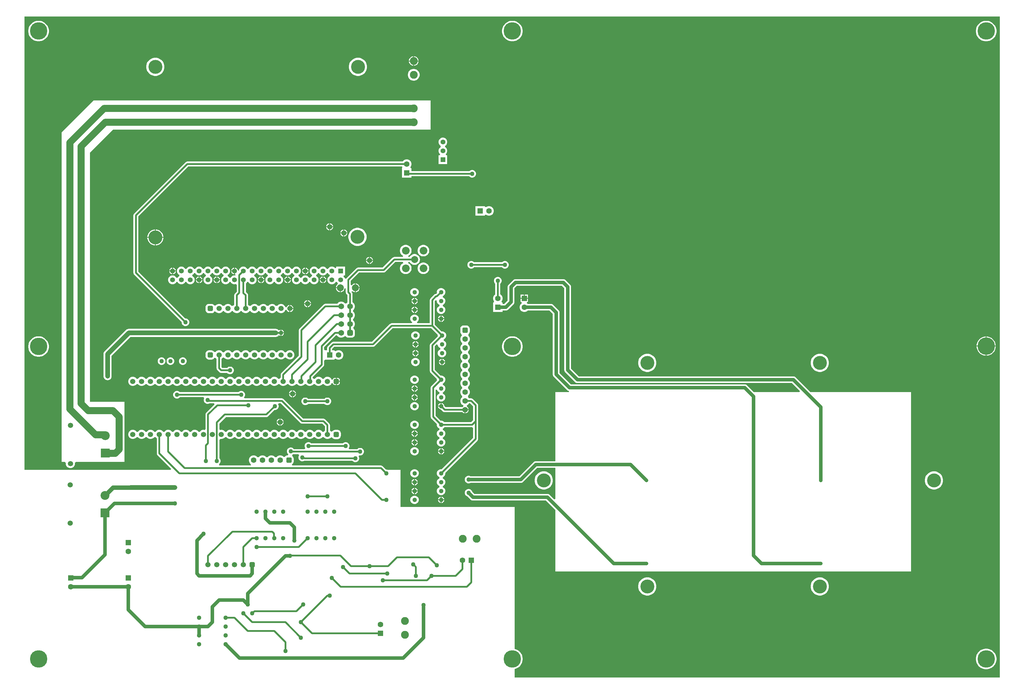
<source format=gbl>
G04*
G04 #@! TF.GenerationSoftware,Altium Limited,Altium Designer,22.11.1 (43)*
G04*
G04 Layer_Physical_Order=2*
G04 Layer_Color=16711680*
%FSLAX44Y44*%
%MOMM*%
G71*
G04*
G04 #@! TF.SameCoordinates,A751104F-70AC-404C-B97E-AE56B71AA5AB*
G04*
G04*
G04 #@! TF.FilePolarity,Positive*
G04*
G01*
G75*
%ADD14C,0.5080*%
%ADD43R,1.3970X1.3970*%
%ADD44C,1.3970*%
%ADD53C,2.2606*%
%ADD57C,2.0066*%
%ADD58C,2.2098*%
%ADD68C,1.0000*%
%ADD69C,2.0000*%
%ADD71C,1.6000*%
G04:AMPARAMS|DCode=72|XSize=1.6mm|YSize=1.6mm|CornerRadius=0.4mm|HoleSize=0mm|Usage=FLASHONLY|Rotation=180.000|XOffset=0mm|YOffset=0mm|HoleType=Round|Shape=RoundedRectangle|*
%AMROUNDEDRECTD72*
21,1,1.6000,0.8000,0,0,180.0*
21,1,0.8000,1.6000,0,0,180.0*
1,1,0.8000,-0.4000,0.4000*
1,1,0.8000,0.4000,0.4000*
1,1,0.8000,0.4000,-0.4000*
1,1,0.8000,-0.4000,-0.4000*
%
%ADD72ROUNDEDRECTD72*%
%ADD73C,1.6050*%
%ADD74R,1.6050X1.6050*%
%ADD75C,4.0000*%
%ADD76C,1.0160*%
%ADD77R,2.5500X2.5500*%
%ADD78C,2.5500*%
%ADD79C,1.5080*%
%ADD80R,1.6050X1.6050*%
%ADD81C,1.3000*%
%ADD82C,1.6500*%
G04:AMPARAMS|DCode=83|XSize=1.65mm|YSize=1.65mm|CornerRadius=0.4125mm|HoleSize=0mm|Usage=FLASHONLY|Rotation=90.000|XOffset=0mm|YOffset=0mm|HoleType=Round|Shape=RoundedRectangle|*
%AMROUNDEDRECTD83*
21,1,1.6500,0.8250,0,0,90.0*
21,1,0.8250,1.6500,0,0,90.0*
1,1,0.8250,0.4125,0.4125*
1,1,0.8250,0.4125,-0.4125*
1,1,0.8250,-0.4125,-0.4125*
1,1,0.8250,-0.4125,0.4125*
%
%ADD83ROUNDEDRECTD83*%
G04:AMPARAMS|DCode=84|XSize=1.6mm|YSize=1.6mm|CornerRadius=0.4mm|HoleSize=0mm|Usage=FLASHONLY|Rotation=270.000|XOffset=0mm|YOffset=0mm|HoleType=Round|Shape=RoundedRectangle|*
%AMROUNDEDRECTD84*
21,1,1.6000,0.8000,0,0,270.0*
21,1,0.8000,1.6000,0,0,270.0*
1,1,0.8000,-0.4000,-0.4000*
1,1,0.8000,-0.4000,0.4000*
1,1,0.8000,0.4000,0.4000*
1,1,0.8000,0.4000,-0.4000*
%
%ADD84ROUNDEDRECTD84*%
%ADD85C,1.5200*%
G04:AMPARAMS|DCode=86|XSize=1.52mm|YSize=1.52mm|CornerRadius=0.38mm|HoleSize=0mm|Usage=FLASHONLY|Rotation=180.000|XOffset=0mm|YOffset=0mm|HoleType=Round|Shape=RoundedRectangle|*
%AMROUNDEDRECTD86*
21,1,1.5200,0.7600,0,0,180.0*
21,1,0.7600,1.5200,0,0,180.0*
1,1,0.7600,-0.3800,0.3800*
1,1,0.7600,0.3800,0.3800*
1,1,0.7600,0.3800,-0.3800*
1,1,0.7600,-0.3800,-0.3800*
%
%ADD86ROUNDEDRECTD86*%
%ADD87C,1.3900*%
%ADD88R,1.3900X1.3900*%
%ADD89C,1.2700*%
%ADD90C,1.5000*%
%ADD91C,2.0000*%
%ADD92C,5.0000*%
%ADD93C,1.3000*%
%ADD94C,1.3900*%
G36*
X792510Y731551D02*
X792511Y731551D01*
X793989Y730416D01*
X795712Y729702D01*
X797560Y729459D01*
X797560Y729459D01*
X855562D01*
X862809Y722212D01*
Y709550D01*
X861882Y709015D01*
X859435Y706568D01*
X859138Y706053D01*
X855362D01*
X855065Y706568D01*
X852618Y709015D01*
X849622Y710744D01*
X846280Y711640D01*
X842820D01*
X839478Y710744D01*
X836482Y709015D01*
X834035Y706568D01*
X833738Y706053D01*
X829962D01*
X829665Y706568D01*
X827218Y709015D01*
X824222Y710744D01*
X820880Y711640D01*
X817420D01*
X814078Y710744D01*
X811082Y709015D01*
X808635Y706568D01*
X808338Y706053D01*
X804562D01*
X804265Y706568D01*
X801818Y709015D01*
X798822Y710744D01*
X795480Y711640D01*
X792020D01*
X788678Y710744D01*
X785682Y709015D01*
X783235Y706568D01*
X782938Y706053D01*
X779162D01*
X778865Y706568D01*
X776418Y709015D01*
X773422Y710744D01*
X770080Y711640D01*
X766620D01*
X763278Y710744D01*
X760282Y709015D01*
X757835Y706568D01*
X757538Y706053D01*
X753762D01*
X753465Y706568D01*
X751018Y709015D01*
X748022Y710744D01*
X744680Y711640D01*
X741220D01*
X737878Y710744D01*
X734882Y709015D01*
X732435Y706568D01*
X732138Y706053D01*
X728362D01*
X728065Y706568D01*
X725618Y709015D01*
X722622Y710744D01*
X719280Y711640D01*
X715820D01*
X712478Y710744D01*
X709482Y709015D01*
X707035Y706568D01*
X706738Y706053D01*
X702962D01*
X702665Y706568D01*
X700218Y709015D01*
X697222Y710744D01*
X693880Y711640D01*
X690420D01*
X687078Y710744D01*
X684082Y709015D01*
X681635Y706568D01*
X681338Y706053D01*
X677562D01*
X677265Y706568D01*
X674818Y709015D01*
X671822Y710744D01*
X668480Y711640D01*
X665020D01*
X661678Y710744D01*
X658682Y709015D01*
X656235Y706568D01*
X655938Y706053D01*
X652162D01*
X651865Y706568D01*
X649418Y709015D01*
X646422Y710744D01*
X643080Y711640D01*
X639620D01*
X636278Y710744D01*
X633282Y709015D01*
X630835Y706568D01*
X630538Y706053D01*
X626762D01*
X626465Y706568D01*
X624018Y709015D01*
X621022Y710744D01*
X617680Y711640D01*
X614220D01*
X610878Y710744D01*
X607882Y709015D01*
X605435Y706568D01*
X605138Y706053D01*
X601362D01*
X601065Y706568D01*
X598618Y709015D01*
X595622Y710744D01*
X592280Y711640D01*
X588820D01*
X585478Y710744D01*
X582482Y709015D01*
X580035Y706568D01*
X579738Y706053D01*
X575962D01*
X575665Y706568D01*
X573218Y709015D01*
X570222Y710744D01*
X566880Y711640D01*
X563420D01*
X562861Y711490D01*
X559591Y713999D01*
Y729832D01*
X578268Y748509D01*
X694690D01*
X694690Y748509D01*
X696538Y748752D01*
X698260Y749466D01*
X699740Y750601D01*
X718029Y768890D01*
X720254D01*
X723023Y769632D01*
X725507Y771066D01*
X727534Y773093D01*
X728968Y775577D01*
X729710Y778346D01*
Y781214D01*
X728968Y783983D01*
X728607Y784609D01*
X730495Y787879D01*
X736182D01*
X792510Y731551D01*
D02*
G37*
G36*
X2800000Y920D02*
X2799080Y0D01*
X1407160D01*
Y24437D01*
X1407727Y24527D01*
X1412149Y25964D01*
X1416292Y28075D01*
X1420054Y30808D01*
X1423342Y34096D01*
X1426075Y37858D01*
X1428186Y42001D01*
X1429623Y46423D01*
X1430350Y51015D01*
Y55665D01*
X1429623Y60257D01*
X1428186Y64679D01*
X1426075Y68822D01*
X1423342Y72584D01*
X1420054Y75872D01*
X1416292Y78605D01*
X1412149Y80716D01*
X1407727Y82153D01*
X1407160Y82242D01*
Y490220D01*
X1079500D01*
Y596900D01*
X1043018D01*
X1040294Y597630D01*
X1038069D01*
X1028670Y607029D01*
X1027190Y608164D01*
X1025468Y608878D01*
X1023620Y609121D01*
X1023620Y609121D01*
X768642D01*
X767992Y612391D01*
X768271Y612507D01*
X770264Y614036D01*
X771793Y616029D01*
X772754Y618350D01*
X773082Y620840D01*
Y628840D01*
X772754Y631330D01*
X771793Y633651D01*
X770264Y635644D01*
X768844Y636734D01*
X768777Y638953D01*
X769172Y640340D01*
X771227Y641526D01*
X771530Y641829D01*
X786904D01*
X787811Y640576D01*
X788506Y638559D01*
X787412Y636663D01*
X786670Y633894D01*
Y631026D01*
X787412Y628257D01*
X788846Y625773D01*
X790873Y623746D01*
X793357Y622312D01*
X796126Y621570D01*
X798994D01*
X801763Y622312D01*
X802901Y622969D01*
X804346Y622779D01*
X804346Y622779D01*
X941700D01*
X943273Y621206D01*
X945757Y619772D01*
X948526Y619030D01*
X951394D01*
X954163Y619772D01*
X956647Y621206D01*
X958674Y623233D01*
X960108Y625717D01*
X960850Y628486D01*
Y631354D01*
X960108Y634123D01*
X959281Y635556D01*
X961298Y638401D01*
X962496Y638080D01*
X965364D01*
X968133Y638822D01*
X970617Y640256D01*
X972644Y642283D01*
X974078Y644767D01*
X974820Y647536D01*
Y650404D01*
X974078Y653173D01*
X972644Y655657D01*
X970617Y657684D01*
X968133Y659118D01*
X965364Y659860D01*
X962496D01*
X959727Y659118D01*
X957243Y657684D01*
X955670Y656111D01*
X932676D01*
X931769Y657364D01*
X931074Y659381D01*
X932168Y661277D01*
X932910Y664046D01*
Y666914D01*
X932168Y669683D01*
X930734Y672167D01*
X928707Y674194D01*
X926223Y675628D01*
X923454Y676370D01*
X920586D01*
X917817Y675628D01*
X915333Y674194D01*
X913760Y672621D01*
X823600D01*
X822027Y674194D01*
X819543Y675628D01*
X816774Y676370D01*
X813906D01*
X811137Y675628D01*
X808653Y674194D01*
X806626Y672167D01*
X805192Y669683D01*
X804450Y666914D01*
Y664046D01*
X805192Y661277D01*
X806286Y659381D01*
X805591Y657364D01*
X804684Y656111D01*
X773725D01*
X773254Y656927D01*
X771227Y658954D01*
X768743Y660388D01*
X765974Y661130D01*
X763106D01*
X760337Y660388D01*
X757853Y658954D01*
X755826Y656927D01*
X754392Y654443D01*
X753650Y651674D01*
Y648806D01*
X754392Y646037D01*
X755826Y643553D01*
X757647Y641732D01*
X757564Y640808D01*
X756619Y638462D01*
X755460D01*
X752970Y638134D01*
X750649Y637173D01*
X748656Y635644D01*
X747844Y634586D01*
X747283Y634313D01*
X744841Y634048D01*
X743825Y634224D01*
X742374Y635675D01*
X739286Y637457D01*
X735843Y638380D01*
X732277D01*
X728834Y637457D01*
X725746Y635675D01*
X723225Y633154D01*
X719495Y633154D01*
X716974Y635675D01*
X713886Y637457D01*
X710443Y638380D01*
X706877D01*
X703434Y637457D01*
X700346Y635675D01*
X697825Y633154D01*
X694095Y633154D01*
X691574Y635675D01*
X688486Y637457D01*
X685043Y638380D01*
X681477D01*
X678034Y637457D01*
X674946Y635675D01*
X672425Y633154D01*
X668695Y633154D01*
X666174Y635675D01*
X663086Y637457D01*
X659643Y638380D01*
X656077D01*
X652634Y637457D01*
X649546Y635675D01*
X647025Y633154D01*
X645243Y630066D01*
X644320Y626623D01*
Y623057D01*
X645243Y619614D01*
X647025Y616526D01*
X649546Y614005D01*
X649742Y613892D01*
X650864Y609538D01*
X650614Y609121D01*
X559273D01*
X558875Y609659D01*
X559137Y613586D01*
X561164Y615613D01*
X562598Y618097D01*
X563340Y620866D01*
Y623734D01*
X562598Y626503D01*
X561164Y628987D01*
X559591Y630560D01*
Y683001D01*
X562861Y685510D01*
X563420Y685360D01*
X566880D01*
X570222Y686255D01*
X573218Y687985D01*
X575665Y690432D01*
X575962Y690947D01*
X579738D01*
X580035Y690432D01*
X582482Y687985D01*
X585478Y686255D01*
X588820Y685360D01*
X592280D01*
X595622Y686255D01*
X598618Y687985D01*
X601065Y690432D01*
X601362Y690947D01*
X605138D01*
X605435Y690432D01*
X607882Y687985D01*
X610878Y686255D01*
X614220Y685360D01*
X617680D01*
X621022Y686255D01*
X624018Y687985D01*
X626465Y690432D01*
X626762Y690947D01*
X630538D01*
X630835Y690432D01*
X633282Y687985D01*
X636278Y686255D01*
X639620Y685360D01*
X643080D01*
X646422Y686255D01*
X649418Y687985D01*
X651865Y690432D01*
X652162Y690947D01*
X655938D01*
X656235Y690432D01*
X658682Y687985D01*
X661678Y686255D01*
X665020Y685360D01*
X668480D01*
X671822Y686255D01*
X674818Y687985D01*
X677265Y690432D01*
X677562Y690947D01*
X681338D01*
X681635Y690432D01*
X684082Y687985D01*
X687078Y686255D01*
X690420Y685360D01*
X693880D01*
X697222Y686255D01*
X700218Y687985D01*
X702665Y690432D01*
X702962Y690947D01*
X706738D01*
X707035Y690432D01*
X709482Y687985D01*
X712478Y686255D01*
X715820Y685360D01*
X719280D01*
X722622Y686255D01*
X725618Y687985D01*
X728065Y690432D01*
X728362Y690947D01*
X732138D01*
X732435Y690432D01*
X734882Y687985D01*
X737878Y686255D01*
X741220Y685360D01*
X744680D01*
X748022Y686255D01*
X751018Y687985D01*
X753465Y690432D01*
X753762Y690947D01*
X757538D01*
X757835Y690432D01*
X760282Y687985D01*
X763278Y686255D01*
X766620Y685360D01*
X770080D01*
X773422Y686255D01*
X776418Y687985D01*
X778865Y690432D01*
X779162Y690947D01*
X782938D01*
X783235Y690432D01*
X785682Y687985D01*
X788678Y686255D01*
X792020Y685360D01*
X795480D01*
X798822Y686255D01*
X801818Y687985D01*
X804265Y690432D01*
X804562Y690947D01*
X808338D01*
X808635Y690432D01*
X811082Y687985D01*
X814078Y686255D01*
X817420Y685360D01*
X820880D01*
X824222Y686255D01*
X827218Y687985D01*
X829665Y690432D01*
X829962Y690947D01*
X833738D01*
X834035Y690432D01*
X836482Y687985D01*
X839478Y686255D01*
X842820Y685360D01*
X846280D01*
X849622Y686255D01*
X852618Y687985D01*
X855065Y690432D01*
X855362Y690947D01*
X859138D01*
X859435Y690432D01*
X861882Y687985D01*
X864878Y686255D01*
X868220Y685360D01*
X871680D01*
X875022Y686255D01*
X878018Y687985D01*
X879902Y689869D01*
X882245Y689950D01*
X883730Y689548D01*
X884889Y688039D01*
X886840Y686542D01*
X889112Y685600D01*
X891550Y685279D01*
X899150D01*
X901588Y685600D01*
X903860Y686542D01*
X905811Y688039D01*
X907308Y689990D01*
X908250Y692262D01*
X908571Y694700D01*
Y702300D01*
X908250Y704738D01*
X907308Y707010D01*
X905811Y708961D01*
X903860Y710458D01*
X901588Y711400D01*
X899150Y711721D01*
X891550D01*
X889112Y711400D01*
X886840Y710458D01*
X884889Y708961D01*
X883730Y707452D01*
X882245Y707050D01*
X879902Y707131D01*
X878018Y709015D01*
X877091Y709550D01*
Y725170D01*
X877091Y725170D01*
X876848Y727018D01*
X876134Y728740D01*
X874999Y730219D01*
X874999Y730220D01*
X863569Y741649D01*
X862091Y742784D01*
X860368Y743498D01*
X858520Y743741D01*
X858520Y743741D01*
X800518D01*
X744190Y800070D01*
X742710Y801204D01*
X740988Y801918D01*
X739140Y802161D01*
X739140Y802161D01*
X631686D01*
X630332Y805431D01*
X631014Y806113D01*
X632448Y808597D01*
X633190Y811366D01*
Y814234D01*
X632448Y817003D01*
X631014Y819487D01*
X628987Y821514D01*
X626503Y822948D01*
X623734Y823690D01*
X620866D01*
X618097Y822948D01*
X615613Y821514D01*
X614040Y819941D01*
X446410D01*
X444837Y821514D01*
X442353Y822948D01*
X439584Y823690D01*
X436716D01*
X433947Y822948D01*
X431463Y821514D01*
X429436Y819487D01*
X428002Y817003D01*
X427260Y814234D01*
Y811366D01*
X428002Y808597D01*
X429436Y806113D01*
X431463Y804086D01*
X433947Y802652D01*
X436716Y801910D01*
X439584D01*
X442353Y802652D01*
X444837Y804086D01*
X446410Y805659D01*
X514105D01*
X515993Y802389D01*
X515632Y801763D01*
X514890Y798994D01*
Y796126D01*
X515632Y793357D01*
X517066Y790873D01*
X519093Y788846D01*
X521577Y787412D01*
X524346Y786670D01*
X527214D01*
X529983Y787412D01*
X530792Y787879D01*
X544555D01*
X545910Y784609D01*
X522001Y760699D01*
X520866Y759221D01*
X520152Y757498D01*
X519909Y755650D01*
X519909Y755650D01*
Y713999D01*
X516639Y711490D01*
X516080Y711640D01*
X512620D01*
X509278Y710744D01*
X506282Y709015D01*
X503835Y706568D01*
X503538Y706053D01*
X499762D01*
X499465Y706568D01*
X497018Y709015D01*
X494022Y710744D01*
X490680Y711640D01*
X487220D01*
X483878Y710744D01*
X480882Y709015D01*
X478435Y706568D01*
X478138Y706053D01*
X474362D01*
X474065Y706568D01*
X471618Y709015D01*
X468622Y710744D01*
X465280Y711640D01*
X461820D01*
X458478Y710744D01*
X455482Y709015D01*
X453035Y706568D01*
X452738Y706053D01*
X448962D01*
X448665Y706568D01*
X446218Y709015D01*
X443222Y710744D01*
X439880Y711640D01*
X436420D01*
X433078Y710744D01*
X430082Y709015D01*
X427635Y706568D01*
X427338Y706053D01*
X423562D01*
X423265Y706568D01*
X420818Y709015D01*
X417822Y710744D01*
X414480Y711640D01*
X411020D01*
X407678Y710744D01*
X404682Y709015D01*
X402235Y706568D01*
X401938Y706053D01*
X398162D01*
X397865Y706568D01*
X395418Y709015D01*
X392422Y710744D01*
X389080Y711640D01*
X385620D01*
X382278Y710744D01*
X379282Y709015D01*
X376835Y706568D01*
X376538Y706053D01*
X372762D01*
X372465Y706568D01*
X370018Y709015D01*
X367022Y710744D01*
X363680Y711640D01*
X360220D01*
X356878Y710744D01*
X353882Y709015D01*
X351435Y706568D01*
X351138Y706053D01*
X347362D01*
X347065Y706568D01*
X344618Y709015D01*
X341622Y710744D01*
X338280Y711640D01*
X334820D01*
X331478Y710744D01*
X328482Y709015D01*
X326035Y706568D01*
X325738Y706053D01*
X321962D01*
X321665Y706568D01*
X319218Y709015D01*
X316222Y710744D01*
X312880Y711640D01*
X309420D01*
X306078Y710744D01*
X303082Y709015D01*
X300635Y706568D01*
X298906Y703572D01*
X298010Y700230D01*
Y696770D01*
X298906Y693428D01*
X300635Y690432D01*
X303082Y687985D01*
X306078Y686255D01*
X309420Y685360D01*
X312880D01*
X316222Y686255D01*
X319218Y687985D01*
X321665Y690432D01*
X321962Y690947D01*
X325738D01*
X326035Y690432D01*
X328482Y687985D01*
X331478Y686255D01*
X334820Y685360D01*
X338280D01*
X341622Y686255D01*
X344618Y687985D01*
X347065Y690432D01*
X347362Y690947D01*
X351138D01*
X351435Y690432D01*
X353882Y687985D01*
X356878Y686255D01*
X360220Y685360D01*
X363680D01*
X367022Y686255D01*
X370018Y687985D01*
X372465Y690432D01*
X372762Y690947D01*
X376538D01*
X376835Y690432D01*
X379282Y687985D01*
X380209Y687450D01*
Y643890D01*
X380209Y643890D01*
X380452Y642042D01*
X381166Y640320D01*
X382300Y638840D01*
X421220Y599921D01*
X419968Y596900D01*
X0D01*
Y1899920D01*
X2800000D01*
Y920D01*
D02*
G37*
%LPC*%
G36*
X735382Y744100D02*
X735330D01*
Y735330D01*
X744100D01*
Y735382D01*
X743416Y737935D01*
X742094Y740225D01*
X740225Y742094D01*
X737935Y743416D01*
X735382Y744100D01*
D02*
G37*
G36*
X732790D02*
X732738D01*
X730185Y743416D01*
X727895Y742094D01*
X726026Y740225D01*
X724704Y737935D01*
X724020Y735382D01*
Y735330D01*
X732790D01*
Y744100D01*
D02*
G37*
G36*
X744100Y732790D02*
X735330D01*
Y724020D01*
X735382D01*
X737935Y724704D01*
X740225Y726026D01*
X742094Y727895D01*
X743416Y730185D01*
X744100Y732738D01*
Y732790D01*
D02*
G37*
G36*
X732790D02*
X724020D01*
Y732738D01*
X724704Y730185D01*
X726026Y727895D01*
X727895Y726026D01*
X730185Y724704D01*
X732738Y724020D01*
X732790D01*
Y732790D01*
D02*
G37*
G36*
X2763305Y1887550D02*
X2758655D01*
X2754063Y1886823D01*
X2749641Y1885386D01*
X2745498Y1883275D01*
X2741736Y1880542D01*
X2738448Y1877254D01*
X2735715Y1873492D01*
X2733604Y1869349D01*
X2732167Y1864927D01*
X2731440Y1860335D01*
Y1855685D01*
X2732167Y1851093D01*
X2733604Y1846671D01*
X2735715Y1842528D01*
X2738448Y1838766D01*
X2741736Y1835478D01*
X2745498Y1832745D01*
X2749641Y1830634D01*
X2754063Y1829197D01*
X2758655Y1828470D01*
X2763305D01*
X2767897Y1829197D01*
X2772319Y1830634D01*
X2776462Y1832745D01*
X2780224Y1835478D01*
X2783512Y1838766D01*
X2786245Y1842528D01*
X2788356Y1846671D01*
X2789792Y1851093D01*
X2790520Y1855685D01*
Y1860335D01*
X2789792Y1864927D01*
X2788356Y1869349D01*
X2786245Y1873492D01*
X2783512Y1877254D01*
X2780224Y1880542D01*
X2776462Y1883275D01*
X2772319Y1885386D01*
X2767897Y1886823D01*
X2763305Y1887550D01*
D02*
G37*
G36*
X1403135D02*
X1398485D01*
X1393893Y1886823D01*
X1389471Y1885386D01*
X1385328Y1883275D01*
X1381566Y1880542D01*
X1378278Y1877254D01*
X1375545Y1873492D01*
X1373434Y1869349D01*
X1371997Y1864927D01*
X1371270Y1860335D01*
Y1855685D01*
X1371997Y1851093D01*
X1373434Y1846671D01*
X1375545Y1842528D01*
X1378278Y1838766D01*
X1381566Y1835478D01*
X1385328Y1832745D01*
X1389471Y1830634D01*
X1393893Y1829197D01*
X1398485Y1828470D01*
X1403135D01*
X1407727Y1829197D01*
X1412149Y1830634D01*
X1416292Y1832745D01*
X1420054Y1835478D01*
X1423342Y1838766D01*
X1426075Y1842528D01*
X1428186Y1846671D01*
X1429623Y1851093D01*
X1430350Y1855685D01*
Y1860335D01*
X1429623Y1864927D01*
X1428186Y1869349D01*
X1426075Y1873492D01*
X1423342Y1877254D01*
X1420054Y1880542D01*
X1416292Y1883275D01*
X1412149Y1885386D01*
X1407727Y1886823D01*
X1403135Y1887550D01*
D02*
G37*
G36*
X42965D02*
X38315D01*
X33723Y1886823D01*
X29301Y1885386D01*
X25158Y1883275D01*
X21396Y1880542D01*
X18108Y1877254D01*
X15375Y1873492D01*
X13264Y1869349D01*
X11827Y1864927D01*
X11100Y1860335D01*
Y1855685D01*
X11827Y1851093D01*
X13264Y1846671D01*
X15375Y1842528D01*
X18108Y1838766D01*
X21396Y1835478D01*
X25158Y1832745D01*
X29301Y1830634D01*
X33723Y1829197D01*
X38315Y1828470D01*
X42965D01*
X47557Y1829197D01*
X51979Y1830634D01*
X56122Y1832745D01*
X59884Y1835478D01*
X63172Y1838766D01*
X65905Y1842528D01*
X68016Y1846671D01*
X69453Y1851093D01*
X70180Y1855685D01*
Y1860335D01*
X69453Y1864927D01*
X68016Y1869349D01*
X65905Y1873492D01*
X63172Y1877254D01*
X59884Y1880542D01*
X56122Y1883275D01*
X51979Y1885386D01*
X47557Y1886823D01*
X42965Y1887550D01*
D02*
G37*
G36*
X1119423Y1785723D02*
X1118870D01*
Y1773150D01*
X1131443D01*
Y1773703D01*
X1130500Y1777223D01*
X1128677Y1780380D01*
X1126100Y1782957D01*
X1122943Y1784780D01*
X1119423Y1785723D01*
D02*
G37*
G36*
X1116330D02*
X1115778D01*
X1112257Y1784780D01*
X1109100Y1782957D01*
X1106523Y1780380D01*
X1104700Y1777223D01*
X1103757Y1773703D01*
Y1773150D01*
X1116330D01*
Y1785723D01*
D02*
G37*
G36*
X1131443Y1770610D02*
X1118870D01*
Y1758037D01*
X1119423D01*
X1122943Y1758980D01*
X1126100Y1760803D01*
X1128677Y1763380D01*
X1130500Y1766537D01*
X1131443Y1770058D01*
Y1770610D01*
D02*
G37*
G36*
X1116330D02*
X1103757D01*
Y1770058D01*
X1104700Y1766537D01*
X1106523Y1763380D01*
X1109100Y1760803D01*
X1112257Y1758980D01*
X1115778Y1758037D01*
X1116330D01*
Y1770610D01*
D02*
G37*
G36*
X960145Y1781180D02*
X955015D01*
X949984Y1780179D01*
X945246Y1778216D01*
X940981Y1775367D01*
X937353Y1771740D01*
X934504Y1767475D01*
X932541Y1762736D01*
X931540Y1757705D01*
Y1752575D01*
X932541Y1747544D01*
X934504Y1742805D01*
X937353Y1738540D01*
X940981Y1734913D01*
X945246Y1732064D01*
X949984Y1730101D01*
X955015Y1729100D01*
X960145D01*
X965176Y1730101D01*
X969914Y1732064D01*
X974180Y1734913D01*
X977807Y1738540D01*
X980656Y1742805D01*
X982619Y1747544D01*
X983620Y1752575D01*
Y1757705D01*
X982619Y1762736D01*
X980656Y1767475D01*
X977807Y1771740D01*
X974180Y1775367D01*
X969914Y1778216D01*
X965176Y1780179D01*
X960145Y1781180D01*
D02*
G37*
G36*
X378485D02*
X373355D01*
X368324Y1780179D01*
X363586Y1778216D01*
X359320Y1775367D01*
X355693Y1771740D01*
X352844Y1767475D01*
X350881Y1762736D01*
X349880Y1757705D01*
Y1752575D01*
X350881Y1747544D01*
X352844Y1742805D01*
X355693Y1738540D01*
X359320Y1734913D01*
X363586Y1732064D01*
X368324Y1730101D01*
X373355Y1729100D01*
X378485D01*
X383516Y1730101D01*
X388255Y1732064D01*
X392519Y1734913D01*
X396147Y1738540D01*
X398996Y1742805D01*
X400959Y1747544D01*
X401960Y1752575D01*
Y1757705D01*
X400959Y1762736D01*
X398996Y1767475D01*
X396147Y1771740D01*
X392519Y1775367D01*
X388255Y1778216D01*
X383516Y1780179D01*
X378485Y1781180D01*
D02*
G37*
G36*
X1119259Y1749123D02*
X1115941D01*
X1112687Y1748476D01*
X1109622Y1747206D01*
X1106863Y1745363D01*
X1104517Y1743017D01*
X1102674Y1740258D01*
X1101404Y1737193D01*
X1100757Y1733939D01*
Y1730621D01*
X1101404Y1727367D01*
X1102674Y1724302D01*
X1104517Y1721543D01*
X1106863Y1719197D01*
X1109622Y1717354D01*
X1112687Y1716084D01*
X1115941Y1715437D01*
X1119259D01*
X1122513Y1716084D01*
X1125578Y1717354D01*
X1128337Y1719197D01*
X1130683Y1721543D01*
X1132526Y1724302D01*
X1133796Y1727367D01*
X1134443Y1730621D01*
Y1733939D01*
X1133796Y1737193D01*
X1132526Y1740258D01*
X1130683Y1743017D01*
X1128337Y1745363D01*
X1125578Y1747206D01*
X1122513Y1748476D01*
X1119259Y1749123D01*
D02*
G37*
G36*
X1099066Y1489305D02*
X1095494D01*
X1092044Y1488381D01*
X1088951Y1486595D01*
X1086425Y1484069D01*
X1085739Y1482881D01*
X467360D01*
X467360Y1482881D01*
X465512Y1482638D01*
X463789Y1481924D01*
X462310Y1480789D01*
X462310Y1480789D01*
X314991Y1333470D01*
X313856Y1331991D01*
X313142Y1330268D01*
X312899Y1328420D01*
X312899Y1328420D01*
Y1163320D01*
X312899Y1163320D01*
X313142Y1161472D01*
X313856Y1159750D01*
X314991Y1158270D01*
X451390Y1021871D01*
Y1019646D01*
X452132Y1016877D01*
X453566Y1014393D01*
X455593Y1012366D01*
X458077Y1010932D01*
X460846Y1010190D01*
X463714D01*
X466483Y1010932D01*
X468967Y1012366D01*
X470994Y1014393D01*
X472428Y1016877D01*
X473170Y1019646D01*
Y1022514D01*
X472428Y1025283D01*
X470994Y1027767D01*
X468967Y1029794D01*
X466483Y1031228D01*
X463714Y1031970D01*
X461489D01*
X327181Y1166278D01*
Y1325462D01*
X470318Y1468599D01*
X1083813D01*
X1084757Y1467175D01*
X1083715Y1463905D01*
X1083715D01*
Y1436775D01*
X1110845D01*
Y1440659D01*
X1276980D01*
X1278553Y1439086D01*
X1281037Y1437652D01*
X1283806Y1436910D01*
X1286674D01*
X1289443Y1437652D01*
X1291927Y1439086D01*
X1293954Y1441113D01*
X1295388Y1443597D01*
X1296130Y1446366D01*
Y1449234D01*
X1295388Y1452003D01*
X1293954Y1454487D01*
X1291927Y1456514D01*
X1289443Y1457948D01*
X1286674Y1458690D01*
X1283806D01*
X1281037Y1457948D01*
X1278553Y1456514D01*
X1276980Y1454941D01*
X1110845D01*
Y1463905D01*
X1109253D01*
X1107899Y1467175D01*
X1108135Y1467411D01*
X1109921Y1470504D01*
X1110845Y1473954D01*
Y1477526D01*
X1109921Y1480976D01*
X1108135Y1484069D01*
X1105609Y1486595D01*
X1102516Y1488381D01*
X1099066Y1489305D01*
D02*
G37*
G36*
X1203069Y1551765D02*
X1199771D01*
X1196585Y1550911D01*
X1193729Y1549263D01*
X1191397Y1546931D01*
X1189749Y1544075D01*
X1188895Y1540889D01*
Y1537591D01*
X1189749Y1534406D01*
X1191397Y1531550D01*
X1193729Y1529218D01*
X1195189Y1528375D01*
Y1524705D01*
X1193729Y1523862D01*
X1191397Y1521530D01*
X1189749Y1518674D01*
X1188895Y1515489D01*
Y1512191D01*
X1189749Y1509005D01*
X1191397Y1506149D01*
X1193312Y1504235D01*
X1193002Y1502521D01*
X1192130Y1500965D01*
X1188895D01*
Y1475915D01*
X1213945D01*
Y1500965D01*
X1210710D01*
X1209837Y1502521D01*
X1209528Y1504235D01*
X1211442Y1506149D01*
X1213091Y1509005D01*
X1213945Y1512191D01*
Y1515489D01*
X1213091Y1518674D01*
X1211442Y1521530D01*
X1209110Y1523862D01*
X1207651Y1524705D01*
Y1528375D01*
X1209110Y1529218D01*
X1211442Y1531550D01*
X1213091Y1534406D01*
X1213945Y1537591D01*
Y1540889D01*
X1213091Y1544075D01*
X1211442Y1546931D01*
X1209110Y1549263D01*
X1206255Y1550911D01*
X1203069Y1551765D01*
D02*
G37*
G36*
X1335286Y1354685D02*
X1331714D01*
X1328264Y1353761D01*
X1325171Y1351975D01*
X1324935Y1351739D01*
X1321665Y1353093D01*
Y1354685D01*
X1294535D01*
Y1327555D01*
X1321665D01*
Y1329147D01*
X1324935Y1330501D01*
X1325171Y1330265D01*
X1328264Y1328479D01*
X1331714Y1327555D01*
X1335286D01*
X1338736Y1328479D01*
X1341829Y1330265D01*
X1344355Y1332791D01*
X1346141Y1335884D01*
X1347065Y1339334D01*
Y1342906D01*
X1346141Y1346356D01*
X1344355Y1349449D01*
X1341829Y1351975D01*
X1338736Y1353761D01*
X1335286Y1354685D01*
D02*
G37*
G36*
X877622Y1305440D02*
X877570D01*
Y1296670D01*
X886340D01*
Y1296722D01*
X885656Y1299275D01*
X884334Y1301565D01*
X882465Y1303434D01*
X880175Y1304756D01*
X877622Y1305440D01*
D02*
G37*
G36*
X875030D02*
X874978D01*
X872425Y1304756D01*
X870135Y1303434D01*
X868266Y1301565D01*
X866944Y1299275D01*
X866260Y1296722D01*
Y1296670D01*
X875030D01*
Y1305440D01*
D02*
G37*
G36*
X886340Y1294130D02*
X877570D01*
Y1285360D01*
X877622D01*
X880175Y1286044D01*
X882465Y1287366D01*
X884334Y1289235D01*
X885656Y1291525D01*
X886340Y1294078D01*
Y1294130D01*
D02*
G37*
G36*
X875030D02*
X866260D01*
Y1294078D01*
X866944Y1291525D01*
X868266Y1289235D01*
X870135Y1287366D01*
X872425Y1286044D01*
X874978Y1285360D01*
X875030D01*
Y1294130D01*
D02*
G37*
G36*
X918262Y1287660D02*
X918210D01*
Y1278890D01*
X926980D01*
Y1278942D01*
X926296Y1281495D01*
X924974Y1283785D01*
X923105Y1285654D01*
X920815Y1286976D01*
X918262Y1287660D01*
D02*
G37*
G36*
X915670D02*
X915618D01*
X913065Y1286976D01*
X910775Y1285654D01*
X908906Y1283785D01*
X907584Y1281495D01*
X906900Y1278942D01*
Y1278890D01*
X915670D01*
Y1287660D01*
D02*
G37*
G36*
X926980Y1276350D02*
X918210D01*
Y1267580D01*
X918262D01*
X920815Y1268264D01*
X923105Y1269586D01*
X924974Y1271455D01*
X926296Y1273745D01*
X926980Y1276298D01*
Y1276350D01*
D02*
G37*
G36*
X915670D02*
X906900D01*
Y1276298D01*
X907584Y1273745D01*
X908906Y1271455D01*
X910775Y1269586D01*
X913065Y1268264D01*
X915618Y1267580D01*
X915670D01*
Y1276350D01*
D02*
G37*
G36*
X378189Y1287960D02*
X377190D01*
Y1266190D01*
X398960D01*
Y1267189D01*
X398075Y1271640D01*
X396338Y1275834D01*
X393816Y1279607D01*
X390607Y1282816D01*
X386833Y1285338D01*
X382640Y1287075D01*
X378189Y1287960D01*
D02*
G37*
G36*
X374650D02*
X373651D01*
X369199Y1287075D01*
X365006Y1285338D01*
X361233Y1282816D01*
X358024Y1279607D01*
X355502Y1275834D01*
X353765Y1271640D01*
X352880Y1267189D01*
Y1266190D01*
X374650D01*
Y1287960D01*
D02*
G37*
G36*
X398960Y1263650D02*
X377190D01*
Y1241880D01*
X378189D01*
X382640Y1242765D01*
X386833Y1244502D01*
X390607Y1247024D01*
X393816Y1250233D01*
X396338Y1254007D01*
X398075Y1258199D01*
X398960Y1262651D01*
Y1263650D01*
D02*
G37*
G36*
X374650D02*
X352880D01*
Y1262651D01*
X353765Y1258199D01*
X355502Y1254007D01*
X358024Y1250233D01*
X361233Y1247024D01*
X365006Y1244502D01*
X369199Y1242765D01*
X373651Y1241880D01*
X374650D01*
Y1263650D01*
D02*
G37*
G36*
X958897Y1292392D02*
X953767D01*
X948736Y1291392D01*
X943997Y1289429D01*
X939732Y1286579D01*
X936105Y1282952D01*
X933256Y1278687D01*
X931293Y1273948D01*
X930292Y1268917D01*
Y1263788D01*
X931293Y1258757D01*
X933256Y1254018D01*
X936105Y1249753D01*
X939732Y1246126D01*
X943997Y1243276D01*
X948736Y1241313D01*
X953767Y1240313D01*
X958897D01*
X963928Y1241313D01*
X968667Y1243276D01*
X972932Y1246126D01*
X976559Y1249753D01*
X979408Y1254018D01*
X981371Y1258757D01*
X982372Y1263788D01*
Y1268917D01*
X981371Y1273948D01*
X979408Y1278687D01*
X976559Y1282952D01*
X972932Y1286579D01*
X968667Y1289429D01*
X963928Y1291392D01*
X958897Y1292392D01*
D02*
G37*
G36*
X1147174Y1243409D02*
X1143906D01*
X1140701Y1242772D01*
X1137682Y1241521D01*
X1134965Y1239706D01*
X1132654Y1237395D01*
X1130839Y1234678D01*
X1129588Y1231659D01*
X1128951Y1228454D01*
Y1225186D01*
X1129588Y1221981D01*
X1130839Y1218962D01*
X1132654Y1216245D01*
X1134965Y1213934D01*
X1137682Y1212119D01*
X1140701Y1210869D01*
X1143906Y1210231D01*
X1147174D01*
X1150379Y1210869D01*
X1153398Y1212119D01*
X1156115Y1213934D01*
X1158426Y1216245D01*
X1160241Y1218962D01*
X1161491Y1221981D01*
X1162129Y1225186D01*
Y1228454D01*
X1161491Y1231659D01*
X1160241Y1234678D01*
X1158426Y1237395D01*
X1156115Y1239706D01*
X1153398Y1241521D01*
X1150379Y1242772D01*
X1147174Y1243409D01*
D02*
G37*
G36*
X991922Y1208920D02*
X991870D01*
Y1200150D01*
X1000640D01*
Y1200202D01*
X999956Y1202755D01*
X998634Y1205045D01*
X996765Y1206914D01*
X994475Y1208236D01*
X991922Y1208920D01*
D02*
G37*
G36*
X989330D02*
X989278D01*
X986725Y1208236D01*
X984435Y1206914D01*
X982566Y1205045D01*
X981244Y1202755D01*
X980560Y1200202D01*
Y1200150D01*
X989330D01*
Y1208920D01*
D02*
G37*
G36*
X1380654Y1197070D02*
X1377786D01*
X1375017Y1196328D01*
X1372533Y1194894D01*
X1370960Y1193321D01*
X1290960D01*
X1289387Y1194894D01*
X1286903Y1196328D01*
X1284134Y1197070D01*
X1281266D01*
X1278497Y1196328D01*
X1276013Y1194894D01*
X1273986Y1192867D01*
X1272552Y1190383D01*
X1271810Y1187614D01*
Y1184746D01*
X1272552Y1181977D01*
X1273986Y1179493D01*
X1276013Y1177466D01*
X1278497Y1176032D01*
X1281266Y1175290D01*
X1284134D01*
X1286903Y1176032D01*
X1289387Y1177466D01*
X1290960Y1179039D01*
X1370960D01*
X1372533Y1177466D01*
X1375017Y1176032D01*
X1377786Y1175290D01*
X1380654D01*
X1383423Y1176032D01*
X1385907Y1177466D01*
X1387934Y1179493D01*
X1389368Y1181977D01*
X1390110Y1184746D01*
Y1187614D01*
X1389368Y1190383D01*
X1387934Y1192867D01*
X1385907Y1194894D01*
X1383423Y1196328D01*
X1380654Y1197070D01*
D02*
G37*
G36*
X1000640Y1197610D02*
X991870D01*
Y1188840D01*
X991922D01*
X994475Y1189524D01*
X996765Y1190846D01*
X998634Y1192715D01*
X999956Y1195005D01*
X1000640Y1197558D01*
Y1197610D01*
D02*
G37*
G36*
X989330D02*
X980560D01*
Y1197558D01*
X981244Y1195005D01*
X982566Y1192715D01*
X984435Y1190846D01*
X986725Y1189524D01*
X989278Y1188840D01*
X989330D01*
Y1197610D01*
D02*
G37*
G36*
X1096374Y1243409D02*
X1093106D01*
X1089901Y1242772D01*
X1086882Y1241521D01*
X1084165Y1239706D01*
X1081854Y1237395D01*
X1080039Y1234678D01*
X1078789Y1231659D01*
X1078151Y1228454D01*
Y1225186D01*
X1078789Y1221981D01*
X1080039Y1218962D01*
X1081854Y1216245D01*
X1084165Y1213934D01*
X1086882Y1212119D01*
X1087577Y1211831D01*
X1086927Y1208561D01*
X1061720D01*
X1059872Y1208318D01*
X1058149Y1207604D01*
X1056671Y1206469D01*
X1056670Y1206469D01*
X1028282Y1178081D01*
X957580D01*
X957580Y1178081D01*
X955732Y1177838D01*
X954009Y1177124D01*
X952531Y1175990D01*
X952530Y1175989D01*
X924591Y1148049D01*
X923456Y1146571D01*
X923428Y1146503D01*
X919982Y1146728D01*
X919689Y1147821D01*
X918045Y1150669D01*
X916074Y1152640D01*
X916303Y1154137D01*
X917209Y1155910D01*
X920540D01*
Y1180890D01*
X895560D01*
Y1177559D01*
X893787Y1176653D01*
X892290Y1176423D01*
X890319Y1178394D01*
X887471Y1180039D01*
X884294Y1180890D01*
X881006D01*
X877829Y1180039D01*
X874981Y1178394D01*
X872655Y1176069D01*
X871764Y1174525D01*
X868136D01*
X867244Y1176069D01*
X864919Y1178394D01*
X862071Y1180039D01*
X858894Y1180890D01*
X855606D01*
X852429Y1180039D01*
X849581Y1178394D01*
X847255Y1176069D01*
X846364Y1174525D01*
X842736D01*
X841844Y1176069D01*
X839519Y1178394D01*
X836671Y1180039D01*
X833494Y1180890D01*
X830206D01*
X827029Y1180039D01*
X824181Y1178394D01*
X821855Y1176069D01*
X820211Y1173221D01*
X819360Y1170044D01*
Y1166756D01*
X820211Y1163579D01*
X821855Y1160731D01*
X824181Y1158406D01*
X825725Y1157514D01*
Y1153886D01*
X824181Y1152995D01*
X821855Y1150669D01*
X820964Y1149125D01*
X817336D01*
X816444Y1150669D01*
X814119Y1152995D01*
X811271Y1154639D01*
X808094Y1155490D01*
X804806D01*
X801629Y1154639D01*
X798781Y1152995D01*
X796456Y1150669D01*
X795564Y1149125D01*
X791936D01*
X791044Y1150669D01*
X788719Y1152995D01*
X787175Y1153886D01*
Y1157514D01*
X788719Y1158406D01*
X791044Y1160731D01*
X792689Y1163579D01*
X793540Y1166756D01*
Y1170044D01*
X792689Y1173221D01*
X791044Y1176069D01*
X788719Y1178394D01*
X785871Y1180039D01*
X782694Y1180890D01*
X779406D01*
X776229Y1180039D01*
X773381Y1178394D01*
X771056Y1176069D01*
X770164Y1174525D01*
X766536D01*
X765645Y1176069D01*
X763319Y1178394D01*
X760471Y1180039D01*
X757294Y1180890D01*
X754006D01*
X750829Y1180039D01*
X747981Y1178394D01*
X745656Y1176069D01*
X744764Y1174525D01*
X741136D01*
X740245Y1176069D01*
X737919Y1178394D01*
X735071Y1180039D01*
X731894Y1180890D01*
X728606D01*
X725429Y1180039D01*
X722581Y1178394D01*
X720256Y1176069D01*
X719364Y1174525D01*
X715736D01*
X714845Y1176069D01*
X712519Y1178394D01*
X709671Y1180039D01*
X706494Y1180890D01*
X703206D01*
X700029Y1180039D01*
X697181Y1178394D01*
X694855Y1176069D01*
X693964Y1174525D01*
X690336D01*
X689445Y1176069D01*
X687119Y1178394D01*
X684271Y1180039D01*
X681094Y1180890D01*
X677806D01*
X674629Y1180039D01*
X671781Y1178394D01*
X669455Y1176069D01*
X668564Y1174525D01*
X664936D01*
X664044Y1176069D01*
X661719Y1178394D01*
X658871Y1180039D01*
X655694Y1180890D01*
X652406D01*
X649229Y1180039D01*
X646381Y1178394D01*
X644055Y1176069D01*
X643164Y1174525D01*
X639536D01*
X638644Y1176069D01*
X636319Y1178394D01*
X633471Y1180039D01*
X630294Y1180890D01*
X627006D01*
X623829Y1180039D01*
X620981Y1178394D01*
X618656Y1176069D01*
X617011Y1173221D01*
X616160Y1170044D01*
Y1169013D01*
X616010Y1168924D01*
X614917Y1169166D01*
X612478Y1170628D01*
X612093Y1172063D01*
X610844Y1174227D01*
X609077Y1175994D01*
X606913Y1177243D01*
X604520Y1177885D01*
Y1168400D01*
Y1158915D01*
X604915Y1159021D01*
X605803Y1158384D01*
X606742Y1156976D01*
X606644Y1156836D01*
X604956Y1155473D01*
X604894Y1155490D01*
X601606D01*
X598429Y1154639D01*
X595581Y1152995D01*
X593256Y1150669D01*
X592364Y1149125D01*
X588736D01*
X587845Y1150669D01*
X585519Y1152995D01*
X583975Y1153886D01*
Y1157514D01*
X585519Y1158406D01*
X587845Y1160731D01*
X589489Y1163579D01*
X590340Y1166756D01*
Y1170044D01*
X589489Y1173221D01*
X587845Y1176069D01*
X585519Y1178394D01*
X582671Y1180039D01*
X579494Y1180890D01*
X576206D01*
X573029Y1180039D01*
X570181Y1178394D01*
X567855Y1176069D01*
X566964Y1174525D01*
X563336D01*
X562444Y1176069D01*
X560119Y1178394D01*
X557271Y1180039D01*
X554094Y1180890D01*
X550806D01*
X547629Y1180039D01*
X544781Y1178394D01*
X542455Y1176069D01*
X541564Y1174525D01*
X537936D01*
X537044Y1176069D01*
X534719Y1178394D01*
X531871Y1180039D01*
X528694Y1180890D01*
X525406D01*
X522229Y1180039D01*
X519381Y1178394D01*
X517056Y1176069D01*
X516164Y1174525D01*
X512536D01*
X511645Y1176069D01*
X509319Y1178394D01*
X506471Y1180039D01*
X503294Y1180890D01*
X500006D01*
X496829Y1180039D01*
X493981Y1178394D01*
X491656Y1176069D01*
X490764Y1174525D01*
X487136D01*
X486245Y1176069D01*
X483919Y1178394D01*
X481071Y1180039D01*
X477894Y1180890D01*
X474606D01*
X471429Y1180039D01*
X468581Y1178394D01*
X466255Y1176069D01*
X465364Y1174525D01*
X461736D01*
X460844Y1176069D01*
X458519Y1178394D01*
X455671Y1180039D01*
X452494Y1180890D01*
X449206D01*
X446029Y1180039D01*
X443181Y1178394D01*
X440855Y1176069D01*
X439211Y1173221D01*
X438360Y1170044D01*
Y1166756D01*
X439211Y1163579D01*
X440855Y1160731D01*
X443181Y1158406D01*
X444725Y1157514D01*
Y1153886D01*
X443181Y1152995D01*
X440855Y1150669D01*
X439964Y1149125D01*
X436336D01*
X435444Y1150669D01*
X433119Y1152995D01*
X430271Y1154639D01*
X427094Y1155490D01*
X423806D01*
X420629Y1154639D01*
X417781Y1152995D01*
X415456Y1150669D01*
X413811Y1147821D01*
X412960Y1144644D01*
Y1141356D01*
X413811Y1138179D01*
X415456Y1135331D01*
X417781Y1133006D01*
X420629Y1131361D01*
X423806Y1130510D01*
X427094D01*
X430271Y1131361D01*
X433119Y1133006D01*
X435444Y1135331D01*
X436336Y1136875D01*
X439964D01*
X440855Y1135331D01*
X443181Y1133006D01*
X446029Y1131361D01*
X449206Y1130510D01*
X452494D01*
X455671Y1131361D01*
X458519Y1133006D01*
X460844Y1135331D01*
X461736Y1136875D01*
X465364D01*
X466255Y1135331D01*
X468581Y1133006D01*
X471429Y1131361D01*
X474606Y1130510D01*
X477894D01*
X481071Y1131361D01*
X483919Y1133006D01*
X486245Y1135331D01*
X487889Y1138179D01*
X488740Y1141356D01*
Y1144644D01*
X487889Y1147821D01*
X486245Y1150669D01*
X483919Y1152995D01*
X482375Y1153886D01*
Y1157514D01*
X483919Y1158406D01*
X486245Y1160731D01*
X487136Y1162275D01*
X490764D01*
X491656Y1160731D01*
X493981Y1158406D01*
X496829Y1156761D01*
X500006Y1155910D01*
X503294D01*
X506471Y1156761D01*
X509319Y1158406D01*
X511645Y1160731D01*
X512536Y1162275D01*
X516164D01*
X517056Y1160731D01*
X519381Y1158406D01*
X520925Y1157514D01*
Y1153886D01*
X519381Y1152995D01*
X517056Y1150669D01*
X515411Y1147821D01*
X514560Y1144644D01*
Y1141356D01*
X515411Y1138179D01*
X517056Y1135331D01*
X519381Y1133006D01*
X522229Y1131361D01*
X525406Y1130510D01*
X528694D01*
X531871Y1131361D01*
X534719Y1133006D01*
X537044Y1135331D01*
X538689Y1138179D01*
X539540Y1141356D01*
Y1144644D01*
X538689Y1147821D01*
X537044Y1150669D01*
X534719Y1152995D01*
X533175Y1153886D01*
Y1157514D01*
X534719Y1158406D01*
X537044Y1160731D01*
X537936Y1162275D01*
X541564D01*
X542455Y1160731D01*
X544781Y1158406D01*
X547629Y1156761D01*
X550806Y1155910D01*
X554094D01*
X557271Y1156761D01*
X560119Y1158406D01*
X562444Y1160731D01*
X563336Y1162275D01*
X566964D01*
X567855Y1160731D01*
X570181Y1158406D01*
X571725Y1157514D01*
Y1153886D01*
X570181Y1152995D01*
X567855Y1150669D01*
X566211Y1147821D01*
X565360Y1144644D01*
Y1141356D01*
X566211Y1138179D01*
X567855Y1135331D01*
X570181Y1133006D01*
X573029Y1131361D01*
X576206Y1130510D01*
X579494D01*
X582671Y1131361D01*
X585519Y1133006D01*
X587845Y1135331D01*
X588736Y1136875D01*
X592364D01*
X593256Y1135331D01*
X595581Y1133006D01*
X598429Y1131361D01*
X601606Y1130510D01*
X604894D01*
X606209Y1130862D01*
X609479Y1128634D01*
Y1108528D01*
X604551Y1103599D01*
X603416Y1102121D01*
X602702Y1100398D01*
X602459Y1098550D01*
X602459Y1098550D01*
Y1071500D01*
X601532Y1070965D01*
X599085Y1068518D01*
X598788Y1068003D01*
X595012D01*
X594715Y1068518D01*
X592268Y1070965D01*
X589272Y1072694D01*
X585930Y1073590D01*
X582470D01*
X579128Y1072694D01*
X576132Y1070965D01*
X573685Y1068518D01*
X573388Y1068003D01*
X569612D01*
X569315Y1068518D01*
X566868Y1070965D01*
X563872Y1072694D01*
X560530Y1073590D01*
X557070D01*
X553728Y1072694D01*
X550732Y1070965D01*
X548848Y1069081D01*
X546505Y1069000D01*
X545020Y1069402D01*
X543861Y1070911D01*
X541910Y1072408D01*
X539638Y1073350D01*
X537200Y1073671D01*
X529600D01*
X527162Y1073350D01*
X524890Y1072408D01*
X522939Y1070911D01*
X521442Y1068960D01*
X520500Y1066688D01*
X520179Y1064250D01*
Y1056650D01*
X520500Y1054212D01*
X521442Y1051940D01*
X522939Y1049989D01*
X524890Y1048492D01*
X527162Y1047550D01*
X529600Y1047229D01*
X537200D01*
X539638Y1047550D01*
X541910Y1048492D01*
X543861Y1049989D01*
X545020Y1051498D01*
X546505Y1051900D01*
X548848Y1051819D01*
X550732Y1049935D01*
X553728Y1048205D01*
X557070Y1047310D01*
X560530D01*
X563872Y1048205D01*
X566868Y1049935D01*
X569315Y1052382D01*
X569612Y1052897D01*
X573388D01*
X573685Y1052382D01*
X576132Y1049935D01*
X579128Y1048205D01*
X582470Y1047310D01*
X585930D01*
X589272Y1048205D01*
X592268Y1049935D01*
X594715Y1052382D01*
X595012Y1052897D01*
X598788D01*
X599085Y1052382D01*
X601532Y1049935D01*
X604528Y1048205D01*
X607870Y1047310D01*
X611330D01*
X614672Y1048205D01*
X617668Y1049935D01*
X620115Y1052382D01*
X620412Y1052897D01*
X624188D01*
X624485Y1052382D01*
X626932Y1049935D01*
X629928Y1048205D01*
X633270Y1047310D01*
X636730D01*
X640072Y1048205D01*
X643068Y1049935D01*
X645515Y1052382D01*
X645812Y1052897D01*
X649588D01*
X649885Y1052382D01*
X652332Y1049935D01*
X655328Y1048205D01*
X658670Y1047310D01*
X662130D01*
X665472Y1048205D01*
X668468Y1049935D01*
X670915Y1052382D01*
X671212Y1052897D01*
X674988D01*
X675285Y1052382D01*
X677732Y1049935D01*
X680728Y1048205D01*
X684070Y1047310D01*
X687530D01*
X690872Y1048205D01*
X693868Y1049935D01*
X696315Y1052382D01*
X696612Y1052897D01*
X700388D01*
X700685Y1052382D01*
X703132Y1049935D01*
X706128Y1048205D01*
X709470Y1047310D01*
X712930D01*
X716272Y1048205D01*
X719268Y1049935D01*
X721715Y1052382D01*
X722012Y1052897D01*
X725788D01*
X726085Y1052382D01*
X728532Y1049935D01*
X731528Y1048205D01*
X734870Y1047310D01*
X738330D01*
X741672Y1048205D01*
X744668Y1049935D01*
X747115Y1052382D01*
X748845Y1055378D01*
X749160Y1056556D01*
X752546D01*
X752551Y1056536D01*
X753886Y1054224D01*
X755774Y1052336D01*
X758086Y1051001D01*
X760665Y1050310D01*
X760730D01*
Y1060450D01*
Y1070590D01*
X760665D01*
X758086Y1069899D01*
X755774Y1068564D01*
X753886Y1066676D01*
X752551Y1064364D01*
X752546Y1064344D01*
X749160D01*
X748845Y1065522D01*
X747115Y1068518D01*
X744668Y1070965D01*
X741672Y1072694D01*
X738330Y1073590D01*
X734870D01*
X731528Y1072694D01*
X728532Y1070965D01*
X726085Y1068518D01*
X725788Y1068003D01*
X722012D01*
X721715Y1068518D01*
X719268Y1070965D01*
X716272Y1072694D01*
X712930Y1073590D01*
X709470D01*
X706128Y1072694D01*
X703132Y1070965D01*
X700685Y1068518D01*
X700388Y1068003D01*
X696612D01*
X696315Y1068518D01*
X693868Y1070965D01*
X690872Y1072694D01*
X687530Y1073590D01*
X684070D01*
X680728Y1072694D01*
X677732Y1070965D01*
X675285Y1068518D01*
X674988Y1068003D01*
X671212D01*
X670915Y1068518D01*
X668468Y1070965D01*
X665472Y1072694D01*
X662130Y1073590D01*
X658670D01*
X655328Y1072694D01*
X652332Y1070965D01*
X649885Y1068518D01*
X649588Y1068003D01*
X645812D01*
X645515Y1068518D01*
X643068Y1070965D01*
X642141Y1071500D01*
Y1098550D01*
X641898Y1100398D01*
X641184Y1102121D01*
X640050Y1103599D01*
X640049Y1103600D01*
X635791Y1107858D01*
Y1132701D01*
X636319Y1133006D01*
X638644Y1135331D01*
X639536Y1136875D01*
X643164D01*
X644055Y1135331D01*
X646381Y1133006D01*
X649229Y1131361D01*
X652406Y1130510D01*
X655694D01*
X658871Y1131361D01*
X661719Y1133006D01*
X664044Y1135331D01*
X665689Y1138179D01*
X666540Y1141356D01*
Y1144644D01*
X665689Y1147821D01*
X664044Y1150669D01*
X661719Y1152995D01*
X660175Y1153886D01*
Y1157514D01*
X661719Y1158406D01*
X664044Y1160731D01*
X664936Y1162275D01*
X668564D01*
X669455Y1160731D01*
X671781Y1158406D01*
X674629Y1156761D01*
X677806Y1155910D01*
X681094D01*
X684271Y1156761D01*
X687119Y1158406D01*
X689445Y1160731D01*
X690336Y1162275D01*
X693964D01*
X694855Y1160731D01*
X697181Y1158406D01*
X698725Y1157514D01*
Y1153886D01*
X697181Y1152995D01*
X694855Y1150669D01*
X693211Y1147821D01*
X692360Y1144644D01*
Y1141356D01*
X693211Y1138179D01*
X694855Y1135331D01*
X697181Y1133006D01*
X700029Y1131361D01*
X703206Y1130510D01*
X706494D01*
X709671Y1131361D01*
X712519Y1133006D01*
X714845Y1135331D01*
X715736Y1136875D01*
X719364D01*
X720256Y1135331D01*
X722581Y1133006D01*
X725429Y1131361D01*
X728606Y1130510D01*
X731894D01*
X735071Y1131361D01*
X737919Y1133006D01*
X740245Y1135331D01*
X741889Y1138179D01*
X742740Y1141356D01*
Y1144644D01*
X741889Y1147821D01*
X740245Y1150669D01*
X737919Y1152995D01*
X736375Y1153886D01*
Y1157514D01*
X737919Y1158406D01*
X740245Y1160731D01*
X741136Y1162275D01*
X744764D01*
X745656Y1160731D01*
X747981Y1158406D01*
X750829Y1156761D01*
X754006Y1155910D01*
X757294D01*
X760471Y1156761D01*
X763319Y1158406D01*
X765645Y1160731D01*
X766536Y1162275D01*
X770164D01*
X771056Y1160731D01*
X773381Y1158406D01*
X774925Y1157514D01*
Y1153886D01*
X773381Y1152995D01*
X771056Y1150669D01*
X769411Y1147821D01*
X768560Y1144644D01*
Y1141356D01*
X769411Y1138179D01*
X771056Y1135331D01*
X773381Y1133006D01*
X776229Y1131361D01*
X779406Y1130510D01*
X782694D01*
X785871Y1131361D01*
X788719Y1133006D01*
X791044Y1135331D01*
X791936Y1136875D01*
X795564D01*
X796456Y1135331D01*
X798781Y1133006D01*
X801629Y1131361D01*
X804806Y1130510D01*
X808094D01*
X811271Y1131361D01*
X814119Y1133006D01*
X816444Y1135331D01*
X817336Y1136875D01*
X820964D01*
X821855Y1135331D01*
X824181Y1133006D01*
X827029Y1131361D01*
X830206Y1130510D01*
X833494D01*
X836671Y1131361D01*
X839519Y1133006D01*
X841844Y1135331D01*
X843489Y1138179D01*
X844340Y1141356D01*
Y1144644D01*
X843489Y1147821D01*
X841844Y1150669D01*
X839519Y1152995D01*
X837975Y1153886D01*
Y1157514D01*
X839519Y1158406D01*
X841844Y1160731D01*
X842736Y1162275D01*
X846364D01*
X847255Y1160731D01*
X849581Y1158406D01*
X852429Y1156761D01*
X855606Y1155910D01*
X858894D01*
X862071Y1156761D01*
X864919Y1158406D01*
X867244Y1160731D01*
X868136Y1162275D01*
X871764D01*
X872655Y1160731D01*
X874981Y1158406D01*
X876525Y1157514D01*
Y1153886D01*
X874981Y1152995D01*
X872655Y1150669D01*
X871011Y1147821D01*
X870160Y1144644D01*
Y1141356D01*
X871011Y1138179D01*
X872655Y1135331D01*
X874981Y1133006D01*
X877829Y1131361D01*
X881006Y1130510D01*
X884294D01*
X887471Y1131361D01*
X890319Y1133006D01*
X892645Y1135331D01*
X893536Y1136875D01*
X897164D01*
X898055Y1135331D01*
X899306Y1134081D01*
X899186Y1130406D01*
X899118Y1130257D01*
X898957Y1130052D01*
X896746Y1127840D01*
X895095Y1124980D01*
X894240Y1121791D01*
Y1121410D01*
X906780D01*
Y1120140D01*
X908050D01*
Y1107600D01*
X908431D01*
X911620Y1108455D01*
X914480Y1110106D01*
X916814Y1112440D01*
X918465Y1115300D01*
X919320Y1118489D01*
X922499Y1118269D01*
Y1107440D01*
X922499Y1107440D01*
X922742Y1105592D01*
X923456Y1103869D01*
X924591Y1102391D01*
X927579Y1099402D01*
Y1078600D01*
X926253Y1077835D01*
X923968Y1075550D01*
X922226Y1075215D01*
X921814D01*
X920072Y1075550D01*
X917787Y1077835D01*
X914643Y1079650D01*
X911135Y1080590D01*
X907505D01*
X903997Y1079650D01*
X900853Y1077835D01*
X898285Y1075267D01*
X897520Y1073941D01*
X863600D01*
X863600Y1073941D01*
X861752Y1073698D01*
X860030Y1072984D01*
X858550Y1071850D01*
X858550Y1071849D01*
X789970Y1003270D01*
X788836Y1001790D01*
X788122Y1000068D01*
X787879Y998220D01*
X787879Y998220D01*
Y924978D01*
X737900Y874999D01*
X736766Y873521D01*
X736052Y871798D01*
X735809Y869950D01*
X735809Y869950D01*
Y861950D01*
X734882Y861415D01*
X732435Y858968D01*
X732138Y858453D01*
X728362D01*
X728065Y858968D01*
X725618Y861415D01*
X722622Y863145D01*
X719280Y864040D01*
X715820D01*
X712478Y863145D01*
X709482Y861415D01*
X707035Y858968D01*
X706738Y858453D01*
X702962D01*
X702665Y858968D01*
X700218Y861415D01*
X697222Y863145D01*
X693880Y864040D01*
X690420D01*
X687078Y863145D01*
X684082Y861415D01*
X681635Y858968D01*
X681338Y858453D01*
X677562D01*
X677265Y858968D01*
X674818Y861415D01*
X671822Y863145D01*
X668480Y864040D01*
X665020D01*
X661678Y863145D01*
X658682Y861415D01*
X656235Y858968D01*
X655938Y858453D01*
X652162D01*
X651865Y858968D01*
X649418Y861415D01*
X646422Y863145D01*
X643080Y864040D01*
X639620D01*
X636278Y863145D01*
X633282Y861415D01*
X630835Y858968D01*
X630538Y858453D01*
X626762D01*
X626465Y858968D01*
X624018Y861415D01*
X621022Y863145D01*
X617680Y864040D01*
X614220D01*
X610878Y863145D01*
X607882Y861415D01*
X605435Y858968D01*
X605138Y858453D01*
X601362D01*
X601065Y858968D01*
X598618Y861415D01*
X595622Y863145D01*
X592280Y864040D01*
X588820D01*
X585478Y863145D01*
X582482Y861415D01*
X580035Y858968D01*
X579738Y858453D01*
X575962D01*
X575665Y858968D01*
X573218Y861415D01*
X570222Y863145D01*
X566880Y864040D01*
X563420D01*
X560078Y863145D01*
X557082Y861415D01*
X554635Y858968D01*
X554338Y858453D01*
X550562D01*
X550265Y858968D01*
X547818Y861415D01*
X544822Y863145D01*
X541480Y864040D01*
X538020D01*
X534678Y863145D01*
X531682Y861415D01*
X529235Y858968D01*
X528938Y858453D01*
X525162D01*
X524865Y858968D01*
X522418Y861415D01*
X519422Y863145D01*
X516080Y864040D01*
X512620D01*
X509278Y863145D01*
X506282Y861415D01*
X503835Y858968D01*
X503538Y858453D01*
X499762D01*
X499465Y858968D01*
X497018Y861415D01*
X494022Y863145D01*
X490680Y864040D01*
X487220D01*
X483878Y863145D01*
X480882Y861415D01*
X478435Y858968D01*
X478138Y858453D01*
X474362D01*
X474065Y858968D01*
X471618Y861415D01*
X468622Y863145D01*
X465280Y864040D01*
X461820D01*
X458478Y863145D01*
X455482Y861415D01*
X453035Y858968D01*
X452738Y858453D01*
X448962D01*
X448665Y858968D01*
X446218Y861415D01*
X443222Y863145D01*
X439880Y864040D01*
X436420D01*
X433078Y863145D01*
X430082Y861415D01*
X427635Y858968D01*
X427338Y858453D01*
X423562D01*
X423265Y858968D01*
X420818Y861415D01*
X417822Y863145D01*
X414480Y864040D01*
X411020D01*
X407678Y863145D01*
X404682Y861415D01*
X402235Y858968D01*
X401938Y858453D01*
X398162D01*
X397865Y858968D01*
X395418Y861415D01*
X392422Y863145D01*
X389080Y864040D01*
X385620D01*
X382278Y863145D01*
X379282Y861415D01*
X376835Y858968D01*
X376538Y858453D01*
X372762D01*
X372465Y858968D01*
X370018Y861415D01*
X367022Y863145D01*
X363680Y864040D01*
X360220D01*
X356878Y863145D01*
X353882Y861415D01*
X351435Y858968D01*
X351138Y858453D01*
X347362D01*
X347065Y858968D01*
X344618Y861415D01*
X341622Y863145D01*
X338280Y864040D01*
X334820D01*
X331478Y863145D01*
X328482Y861415D01*
X326035Y858968D01*
X325738Y858453D01*
X321962D01*
X321665Y858968D01*
X319218Y861415D01*
X316222Y863145D01*
X312880Y864040D01*
X309420D01*
X306078Y863145D01*
X303082Y861415D01*
X300635Y858968D01*
X298906Y855972D01*
X298010Y852630D01*
Y849170D01*
X298906Y845828D01*
X300635Y842832D01*
X303082Y840385D01*
X306078Y838655D01*
X309420Y837760D01*
X312880D01*
X316222Y838655D01*
X319218Y840385D01*
X321665Y842832D01*
X321962Y843347D01*
X325738D01*
X326035Y842832D01*
X328482Y840385D01*
X331478Y838655D01*
X334820Y837760D01*
X338280D01*
X341622Y838655D01*
X344618Y840385D01*
X347065Y842832D01*
X347362Y843347D01*
X351138D01*
X351435Y842832D01*
X353882Y840385D01*
X356878Y838655D01*
X360220Y837760D01*
X363680D01*
X367022Y838655D01*
X370018Y840385D01*
X372465Y842832D01*
X372762Y843347D01*
X376538D01*
X376835Y842832D01*
X379282Y840385D01*
X382278Y838655D01*
X385620Y837760D01*
X389080D01*
X392422Y838655D01*
X395418Y840385D01*
X397865Y842832D01*
X398162Y843347D01*
X401938D01*
X402235Y842832D01*
X404682Y840385D01*
X407678Y838655D01*
X411020Y837760D01*
X414480D01*
X417822Y838655D01*
X420818Y840385D01*
X423265Y842832D01*
X423562Y843347D01*
X427338D01*
X427635Y842832D01*
X430082Y840385D01*
X433078Y838655D01*
X436420Y837760D01*
X439880D01*
X443222Y838655D01*
X446218Y840385D01*
X448665Y842832D01*
X448962Y843347D01*
X452738D01*
X453035Y842832D01*
X455482Y840385D01*
X458478Y838655D01*
X461820Y837760D01*
X465280D01*
X468622Y838655D01*
X471618Y840385D01*
X474065Y842832D01*
X474362Y843347D01*
X478138D01*
X478435Y842832D01*
X480882Y840385D01*
X483878Y838655D01*
X487220Y837760D01*
X490680D01*
X494022Y838655D01*
X497018Y840385D01*
X499465Y842832D01*
X499762Y843347D01*
X503538D01*
X503835Y842832D01*
X506282Y840385D01*
X509278Y838655D01*
X512620Y837760D01*
X516080D01*
X519422Y838655D01*
X522418Y840385D01*
X524865Y842832D01*
X525162Y843347D01*
X528938D01*
X529235Y842832D01*
X531682Y840385D01*
X534678Y838655D01*
X538020Y837760D01*
X541480D01*
X544822Y838655D01*
X547818Y840385D01*
X550265Y842832D01*
X550562Y843347D01*
X554338D01*
X554635Y842832D01*
X557082Y840385D01*
X560078Y838655D01*
X563420Y837760D01*
X566880D01*
X570222Y838655D01*
X573218Y840385D01*
X575665Y842832D01*
X575962Y843347D01*
X579738D01*
X580035Y842832D01*
X582482Y840385D01*
X585478Y838655D01*
X588820Y837760D01*
X592280D01*
X595622Y838655D01*
X598618Y840385D01*
X601065Y842832D01*
X601362Y843347D01*
X605138D01*
X605435Y842832D01*
X607882Y840385D01*
X610878Y838655D01*
X614220Y837760D01*
X617680D01*
X621022Y838655D01*
X624018Y840385D01*
X626465Y842832D01*
X626762Y843347D01*
X630538D01*
X630835Y842832D01*
X633282Y840385D01*
X636278Y838655D01*
X639620Y837760D01*
X643080D01*
X646422Y838655D01*
X649418Y840385D01*
X651865Y842832D01*
X652162Y843347D01*
X655938D01*
X656235Y842832D01*
X658682Y840385D01*
X661678Y838655D01*
X665020Y837760D01*
X668480D01*
X671822Y838655D01*
X674818Y840385D01*
X677265Y842832D01*
X677562Y843347D01*
X681338D01*
X681635Y842832D01*
X684082Y840385D01*
X687078Y838655D01*
X690420Y837760D01*
X693880D01*
X697222Y838655D01*
X700218Y840385D01*
X702665Y842832D01*
X702962Y843347D01*
X706738D01*
X707035Y842832D01*
X709482Y840385D01*
X712478Y838655D01*
X715820Y837760D01*
X719280D01*
X722622Y838655D01*
X725618Y840385D01*
X728065Y842832D01*
X728362Y843347D01*
X732138D01*
X732435Y842832D01*
X734882Y840385D01*
X737878Y838655D01*
X741220Y837760D01*
X744680D01*
X748022Y838655D01*
X751018Y840385D01*
X753465Y842832D01*
X753762Y843347D01*
X757538D01*
X757835Y842832D01*
X760282Y840385D01*
X763278Y838655D01*
X766620Y837760D01*
X770080D01*
X773422Y838655D01*
X776418Y840385D01*
X778865Y842832D01*
X779162Y843347D01*
X782938D01*
X783235Y842832D01*
X785682Y840385D01*
X788678Y838655D01*
X792020Y837760D01*
X795480D01*
X798822Y838655D01*
X801818Y840385D01*
X804265Y842832D01*
X804562Y843347D01*
X808338D01*
X808635Y842832D01*
X811082Y840385D01*
X814078Y838655D01*
X817420Y837760D01*
X820880D01*
X824222Y838655D01*
X827218Y840385D01*
X829665Y842832D01*
X829962Y843347D01*
X833738D01*
X834035Y842832D01*
X836482Y840385D01*
X839478Y838655D01*
X842820Y837760D01*
X846280D01*
X849622Y838655D01*
X852618Y840385D01*
X855065Y842832D01*
X855362Y843347D01*
X859138D01*
X859435Y842832D01*
X861882Y840385D01*
X864878Y838655D01*
X868220Y837760D01*
X871680D01*
X875022Y838655D01*
X878018Y840385D01*
X880465Y842832D01*
X882053Y845584D01*
X882872Y845720D01*
X885442Y845312D01*
X885578Y844626D01*
X886979Y842529D01*
X889076Y841128D01*
X891550Y840636D01*
X894080D01*
Y850900D01*
Y861164D01*
X891550D01*
X889076Y860672D01*
X886979Y859271D01*
X885578Y857174D01*
X885442Y856488D01*
X882872Y856080D01*
X882053Y856216D01*
X880465Y858968D01*
X878018Y861415D01*
X875022Y863145D01*
X871680Y864040D01*
X868220D01*
X864878Y863145D01*
X861882Y861415D01*
X859435Y858968D01*
X859138Y858453D01*
X855362D01*
X855065Y858968D01*
X852618Y861415D01*
X849622Y863145D01*
X846280Y864040D01*
X842820D01*
X839478Y863145D01*
X836482Y861415D01*
X834035Y858968D01*
X833738Y858453D01*
X829962D01*
X829665Y858968D01*
X827541Y861092D01*
Y863162D01*
X858489Y894110D01*
X858490Y894110D01*
X859624Y895590D01*
X860338Y897312D01*
X860581Y899160D01*
X860581Y899160D01*
Y911157D01*
X862735Y913535D01*
X863851Y913535D01*
X889865D01*
Y915127D01*
X893135Y916481D01*
X893371Y916245D01*
X896464Y914459D01*
X899914Y913535D01*
X903486D01*
X906936Y914459D01*
X910029Y916245D01*
X912555Y918771D01*
X914341Y921864D01*
X915265Y925314D01*
Y928886D01*
X914341Y932336D01*
X912555Y935429D01*
X910029Y937955D01*
X906936Y939741D01*
X903486Y940665D01*
X899914D01*
X896464Y939741D01*
X893371Y937955D01*
X893135Y937719D01*
X889865Y939073D01*
Y940665D01*
X883441D01*
Y944462D01*
X889418Y950439D01*
X1000760D01*
X1000760Y950439D01*
X1002608Y950682D01*
X1004331Y951396D01*
X1005809Y952531D01*
X1057058Y1003779D01*
X1167982D01*
X1186915Y984846D01*
X1186840Y984565D01*
Y981395D01*
X1186915Y981114D01*
X1165891Y960089D01*
X1164756Y958611D01*
X1164042Y956888D01*
X1163799Y955040D01*
X1163799Y955040D01*
Y881380D01*
X1163799Y881380D01*
X1164042Y879532D01*
X1164756Y877810D01*
X1165891Y876330D01*
X1184375Y857846D01*
X1184300Y857565D01*
Y854395D01*
X1184375Y854114D01*
X1168430Y838169D01*
X1167296Y836691D01*
X1166582Y834968D01*
X1166339Y833120D01*
X1166339Y833120D01*
Y749300D01*
X1166339Y749300D01*
X1166582Y747452D01*
X1167296Y745730D01*
X1168430Y744250D01*
X1184375Y728306D01*
X1184300Y728025D01*
Y724855D01*
X1185121Y721793D01*
X1186706Y719047D01*
X1188947Y716806D01*
X1191191Y715510D01*
X1191464Y713740D01*
X1191191Y711970D01*
X1188947Y710674D01*
X1186706Y708433D01*
X1185121Y705687D01*
X1184300Y702625D01*
Y699455D01*
X1185121Y696393D01*
X1186706Y693647D01*
X1188947Y691406D01*
X1191191Y690110D01*
X1191464Y688340D01*
X1191191Y686570D01*
X1188947Y685274D01*
X1186706Y683033D01*
X1185121Y680287D01*
X1184300Y677225D01*
Y674055D01*
X1185121Y670993D01*
X1186706Y668247D01*
X1188947Y666006D01*
X1191693Y664421D01*
X1194755Y663600D01*
X1197925D01*
X1200987Y664421D01*
X1203733Y666006D01*
X1205974Y668247D01*
X1207559Y670993D01*
X1208380Y674055D01*
Y677225D01*
X1207559Y680287D01*
X1205974Y683033D01*
X1203733Y685274D01*
X1201489Y686570D01*
X1201216Y688340D01*
X1201489Y690110D01*
X1203733Y691406D01*
X1205974Y693647D01*
X1207559Y696393D01*
X1208380Y699455D01*
Y702625D01*
X1207559Y705687D01*
X1205974Y708433D01*
X1203733Y710674D01*
X1201489Y711970D01*
X1201216Y713740D01*
X1201489Y715510D01*
X1203733Y716806D01*
X1205974Y719047D01*
X1206120Y719299D01*
X1285240D01*
X1285240Y719299D01*
X1288259Y716730D01*
Y688758D01*
X1198206Y598705D01*
X1197925Y598780D01*
X1194755D01*
X1191693Y597959D01*
X1188947Y596374D01*
X1186706Y594133D01*
X1185121Y591387D01*
X1184300Y588325D01*
Y585155D01*
X1185121Y582093D01*
X1186706Y579347D01*
X1188947Y577106D01*
X1191191Y575810D01*
X1191464Y574040D01*
X1191191Y572270D01*
X1188947Y570974D01*
X1186706Y568733D01*
X1185121Y565987D01*
X1184300Y562925D01*
Y559755D01*
X1185121Y556693D01*
X1186706Y553947D01*
X1188947Y551706D01*
X1191191Y550410D01*
X1191464Y548640D01*
X1191191Y546870D01*
X1188947Y545574D01*
X1186706Y543333D01*
X1185121Y540587D01*
X1184300Y537525D01*
Y534355D01*
X1185121Y531293D01*
X1186706Y528547D01*
X1188947Y526306D01*
X1191693Y524721D01*
X1194755Y523900D01*
X1197925D01*
X1200987Y524721D01*
X1203733Y526306D01*
X1205974Y528547D01*
X1207559Y531293D01*
X1208380Y534355D01*
Y537525D01*
X1207559Y540587D01*
X1205974Y543333D01*
X1203733Y545574D01*
X1201489Y546870D01*
X1201216Y548640D01*
X1201489Y550410D01*
X1203733Y551706D01*
X1205974Y553947D01*
X1207559Y556693D01*
X1208380Y559755D01*
Y562925D01*
X1207559Y565987D01*
X1205974Y568733D01*
X1203733Y570974D01*
X1201489Y572270D01*
X1201216Y574040D01*
X1201489Y575810D01*
X1203733Y577106D01*
X1205974Y579347D01*
X1207559Y582093D01*
X1208380Y585155D01*
Y588325D01*
X1208305Y588606D01*
X1300449Y680750D01*
X1300450Y680751D01*
X1301584Y682230D01*
X1302298Y683952D01*
X1302541Y685800D01*
X1302541Y685800D01*
Y736600D01*
Y782320D01*
X1302541Y782320D01*
X1302298Y784168D01*
X1301584Y785891D01*
X1300450Y787370D01*
X1300449Y787370D01*
X1287749Y800070D01*
X1286270Y801204D01*
X1284548Y801918D01*
X1282700Y802161D01*
X1282700Y802161D01*
X1276432D01*
X1275755Y803334D01*
X1273234Y805855D01*
X1273234Y809585D01*
X1275755Y812106D01*
X1277537Y815194D01*
X1278460Y818637D01*
Y822203D01*
X1277537Y825646D01*
X1275755Y828734D01*
X1273234Y831255D01*
X1273234Y834985D01*
X1275755Y837506D01*
X1277537Y840594D01*
X1278460Y844037D01*
Y847603D01*
X1277537Y851046D01*
X1275755Y854134D01*
X1273234Y856655D01*
X1273234Y860385D01*
X1275755Y862906D01*
X1277537Y865994D01*
X1278460Y869437D01*
Y873003D01*
X1277537Y876446D01*
X1275755Y879534D01*
X1273234Y882055D01*
X1273234Y885785D01*
X1275755Y888306D01*
X1277537Y891394D01*
X1278460Y894837D01*
Y898403D01*
X1277537Y901846D01*
X1275755Y904934D01*
X1273234Y907455D01*
X1273234Y911185D01*
X1275755Y913706D01*
X1277537Y916794D01*
X1278460Y920237D01*
Y923803D01*
X1277537Y927246D01*
X1275755Y930334D01*
X1273234Y932855D01*
X1273234Y936585D01*
X1275755Y939106D01*
X1277537Y942194D01*
X1278460Y945637D01*
Y949203D01*
X1277537Y952646D01*
X1275755Y955734D01*
X1273234Y958255D01*
X1273234Y961985D01*
X1275755Y964506D01*
X1277537Y967594D01*
X1278460Y971037D01*
Y974603D01*
X1277537Y978046D01*
X1275755Y981134D01*
X1274304Y982585D01*
X1274128Y983601D01*
X1274393Y986043D01*
X1274666Y986604D01*
X1275724Y987416D01*
X1277253Y989409D01*
X1278214Y991730D01*
X1278542Y994220D01*
Y1002220D01*
X1278214Y1004710D01*
X1277253Y1007031D01*
X1275724Y1009024D01*
X1273731Y1010553D01*
X1271410Y1011514D01*
X1268920Y1011842D01*
X1260920D01*
X1258430Y1011514D01*
X1256109Y1010553D01*
X1254116Y1009024D01*
X1252587Y1007031D01*
X1251626Y1004710D01*
X1251298Y1002220D01*
Y994220D01*
X1251626Y991730D01*
X1252587Y989409D01*
X1254116Y987416D01*
X1255174Y986604D01*
X1255447Y986043D01*
X1255712Y983601D01*
X1255536Y982585D01*
X1254085Y981134D01*
X1252303Y978046D01*
X1251380Y974603D01*
Y971037D01*
X1252303Y967594D01*
X1254085Y964506D01*
X1256606Y961985D01*
X1256606Y958255D01*
X1254085Y955734D01*
X1252303Y952646D01*
X1251380Y949203D01*
Y945637D01*
X1252303Y942194D01*
X1254085Y939106D01*
X1256606Y936585D01*
X1256606Y932855D01*
X1254085Y930334D01*
X1252303Y927246D01*
X1251380Y923803D01*
Y920237D01*
X1252303Y916794D01*
X1254085Y913706D01*
X1256606Y911185D01*
X1256606Y907455D01*
X1254085Y904934D01*
X1252303Y901846D01*
X1251380Y898403D01*
Y894837D01*
X1252303Y891394D01*
X1254085Y888306D01*
X1256606Y885785D01*
X1256606Y882055D01*
X1254085Y879534D01*
X1252303Y876446D01*
X1251380Y873003D01*
Y869437D01*
X1252303Y865994D01*
X1254085Y862906D01*
X1256606Y860385D01*
X1256606Y856655D01*
X1254085Y854134D01*
X1252303Y851046D01*
X1251380Y847603D01*
Y844037D01*
X1252303Y840594D01*
X1254085Y837506D01*
X1256606Y834985D01*
X1256606Y831255D01*
X1254085Y828734D01*
X1252303Y825646D01*
X1251380Y822203D01*
Y818637D01*
X1252303Y815194D01*
X1254085Y812106D01*
X1256606Y809585D01*
X1256606Y805855D01*
X1254085Y803334D01*
X1252303Y800246D01*
X1251380Y796803D01*
Y793237D01*
X1252303Y789794D01*
X1254085Y786706D01*
X1256606Y784185D01*
X1259694Y782403D01*
X1259734Y782392D01*
X1259872Y782029D01*
X1259983Y778940D01*
X1258448Y778054D01*
X1257155Y776761D01*
X1209458D01*
X1205380Y780839D01*
Y780970D01*
X1204764Y783269D01*
X1203574Y785331D01*
X1201891Y787014D01*
X1199829Y788204D01*
X1197610Y788798D01*
Y779780D01*
X1196340D01*
Y778510D01*
X1187322D01*
X1187916Y776291D01*
X1189106Y774229D01*
X1190789Y772546D01*
X1192851Y771356D01*
X1195150Y770740D01*
X1195281D01*
X1201450Y764571D01*
X1201451Y764570D01*
X1202930Y763436D01*
X1204652Y762722D01*
X1206500Y762479D01*
X1257155D01*
X1258448Y761186D01*
X1260852Y759798D01*
X1263532Y759080D01*
X1263650D01*
Y769620D01*
X1264920D01*
Y770890D01*
X1275460D01*
Y771008D01*
X1274742Y773688D01*
X1273354Y776092D01*
X1271392Y778054D01*
X1269857Y778940D01*
X1269968Y782029D01*
X1270106Y782392D01*
X1270146Y782403D01*
X1273234Y784185D01*
X1275755Y786706D01*
X1276432Y787879D01*
X1279742D01*
X1288259Y779362D01*
Y739558D01*
X1282282Y733581D01*
X1206120D01*
X1205974Y733833D01*
X1203733Y736074D01*
X1200987Y737659D01*
X1197925Y738480D01*
X1194755D01*
X1194474Y738405D01*
X1180621Y752258D01*
Y827201D01*
X1181278Y827640D01*
X1185043Y826223D01*
X1185121Y825933D01*
X1186706Y823187D01*
X1188947Y820946D01*
X1191191Y819650D01*
X1191464Y817880D01*
X1191191Y816110D01*
X1188947Y814814D01*
X1186706Y812573D01*
X1185121Y809827D01*
X1184300Y806765D01*
Y803595D01*
X1185121Y800533D01*
X1186706Y797787D01*
X1188947Y795546D01*
X1191693Y793961D01*
X1194755Y793140D01*
X1197925D01*
X1200987Y793961D01*
X1203733Y795546D01*
X1205974Y797787D01*
X1207559Y800533D01*
X1208380Y803595D01*
Y806765D01*
X1207559Y809827D01*
X1205974Y812573D01*
X1203733Y814814D01*
X1201489Y816110D01*
X1201216Y817880D01*
X1201489Y819650D01*
X1203733Y820946D01*
X1205974Y823187D01*
X1207559Y825933D01*
X1208380Y828995D01*
Y832165D01*
X1207559Y835227D01*
X1205974Y837973D01*
X1203733Y840214D01*
X1201489Y841510D01*
X1201216Y843280D01*
X1201489Y845050D01*
X1203733Y846346D01*
X1205974Y848587D01*
X1207559Y851333D01*
X1208380Y854395D01*
Y857565D01*
X1207559Y860627D01*
X1205974Y863373D01*
X1203733Y865614D01*
X1200987Y867199D01*
X1197925Y868020D01*
X1194755D01*
X1194474Y867945D01*
X1178081Y884338D01*
Y952082D01*
X1183570Y957571D01*
X1186840Y956217D01*
Y955995D01*
X1187661Y952933D01*
X1189246Y950187D01*
X1191487Y947946D01*
X1193731Y946650D01*
X1194004Y944880D01*
X1193731Y943110D01*
X1191487Y941814D01*
X1189246Y939573D01*
X1187661Y936827D01*
X1186840Y933765D01*
Y930595D01*
X1187661Y927533D01*
X1189246Y924787D01*
X1191487Y922546D01*
X1194233Y920961D01*
X1197295Y920140D01*
X1200465D01*
X1203527Y920961D01*
X1206273Y922546D01*
X1208514Y924787D01*
X1210099Y927533D01*
X1210920Y930595D01*
Y933765D01*
X1210099Y936827D01*
X1208514Y939573D01*
X1206273Y941814D01*
X1204029Y943110D01*
X1203756Y944880D01*
X1204029Y946650D01*
X1206273Y947946D01*
X1208514Y950187D01*
X1210099Y952933D01*
X1210920Y955995D01*
Y959165D01*
X1210099Y962227D01*
X1208514Y964973D01*
X1206273Y967214D01*
X1204029Y968510D01*
X1203756Y970280D01*
X1204029Y972050D01*
X1206273Y973346D01*
X1208514Y975587D01*
X1210099Y978333D01*
X1210920Y981395D01*
Y984565D01*
X1210099Y987627D01*
X1208514Y990373D01*
X1206273Y992614D01*
X1203527Y994199D01*
X1200465Y995020D01*
X1197295D01*
X1197014Y994945D01*
X1178081Y1013878D01*
Y1081622D01*
X1181219Y1084760D01*
X1183303Y1083992D01*
X1184300Y1083217D01*
Y1080455D01*
X1185121Y1077393D01*
X1186706Y1074647D01*
X1188947Y1072406D01*
X1191191Y1071110D01*
X1191464Y1069340D01*
X1191191Y1067570D01*
X1188947Y1066274D01*
X1186706Y1064033D01*
X1185121Y1061287D01*
X1184300Y1058225D01*
Y1055055D01*
X1185121Y1051993D01*
X1186706Y1049247D01*
X1188947Y1047006D01*
X1191693Y1045421D01*
X1194755Y1044600D01*
X1197925D01*
X1200987Y1045421D01*
X1203733Y1047006D01*
X1205974Y1049247D01*
X1207559Y1051993D01*
X1208380Y1055055D01*
Y1058225D01*
X1207559Y1061287D01*
X1205974Y1064033D01*
X1203733Y1066274D01*
X1201489Y1067570D01*
X1201216Y1069340D01*
X1201489Y1071110D01*
X1203733Y1072406D01*
X1205974Y1074647D01*
X1207559Y1077393D01*
X1208380Y1080455D01*
Y1083625D01*
X1207559Y1086687D01*
X1205974Y1089433D01*
X1203733Y1091674D01*
X1201489Y1092970D01*
X1201216Y1094740D01*
X1201489Y1096510D01*
X1203733Y1097806D01*
X1205974Y1100047D01*
X1207559Y1102793D01*
X1208380Y1105855D01*
Y1109025D01*
X1207559Y1112087D01*
X1205974Y1114833D01*
X1203733Y1117074D01*
X1200987Y1118659D01*
X1197925Y1119480D01*
X1194755D01*
X1191693Y1118659D01*
X1188947Y1117074D01*
X1186706Y1114833D01*
X1185121Y1112087D01*
X1184300Y1109025D01*
Y1105855D01*
X1184375Y1105574D01*
X1181131Y1102330D01*
X1179764Y1102150D01*
X1178042Y1101437D01*
X1176563Y1100302D01*
X1176563Y1100302D01*
X1165891Y1089630D01*
X1164756Y1088150D01*
X1164042Y1086428D01*
X1163799Y1084580D01*
X1163799Y1084580D01*
Y1018061D01*
X1127933D01*
X1127057Y1021331D01*
X1127533Y1021606D01*
X1129774Y1023847D01*
X1131359Y1026593D01*
X1132180Y1029655D01*
Y1032825D01*
X1131359Y1035887D01*
X1129774Y1038633D01*
X1127533Y1040874D01*
X1124787Y1042459D01*
X1121725Y1043280D01*
X1118555D01*
X1115493Y1042459D01*
X1112747Y1040874D01*
X1110506Y1038633D01*
X1108921Y1035887D01*
X1108100Y1032825D01*
Y1029655D01*
X1108921Y1026593D01*
X1110506Y1023847D01*
X1112747Y1021606D01*
X1113223Y1021331D01*
X1112347Y1018061D01*
X1054100D01*
X1052252Y1017818D01*
X1050529Y1017104D01*
X1049051Y1015969D01*
X1049050Y1015969D01*
X997802Y964721D01*
X886460D01*
X884612Y964478D01*
X882889Y963764D01*
X881411Y962629D01*
X881410Y962629D01*
X871251Y952469D01*
X870116Y950991D01*
X869402Y949268D01*
X869159Y947420D01*
X869159Y947420D01*
Y940665D01*
X862735Y940665D01*
X860581Y943043D01*
Y949542D01*
X894475Y983436D01*
X897664Y983208D01*
X898285Y982133D01*
X900853Y979565D01*
X903997Y977750D01*
X907505Y976810D01*
X911135D01*
X914643Y977750D01*
X917787Y979565D01*
X918968Y980745D01*
X919626Y980922D01*
X922834Y980556D01*
X923069Y980407D01*
X923702Y979582D01*
X925721Y978033D01*
X928072Y977059D01*
X930595Y976727D01*
X938845D01*
X941368Y977059D01*
X943719Y978033D01*
X945738Y979582D01*
X947287Y981601D01*
X948261Y983952D01*
X948593Y986475D01*
Y994725D01*
X948261Y997248D01*
X947287Y999599D01*
X945738Y1001618D01*
X944913Y1002251D01*
X944764Y1002486D01*
X944398Y1005694D01*
X944575Y1006352D01*
X945755Y1007533D01*
X947570Y1010677D01*
X948510Y1014184D01*
Y1017815D01*
X947570Y1021323D01*
X945755Y1024467D01*
X943459Y1026763D01*
X943187Y1028196D01*
Y1029204D01*
X943459Y1030637D01*
X945755Y1032933D01*
X947570Y1036077D01*
X948510Y1039585D01*
Y1043215D01*
X947570Y1046723D01*
X945755Y1049867D01*
X943459Y1052163D01*
X943187Y1053596D01*
Y1054604D01*
X943459Y1056037D01*
X945755Y1058333D01*
X947570Y1061477D01*
X948510Y1064985D01*
Y1068615D01*
X947570Y1072123D01*
X945755Y1075267D01*
X943187Y1077835D01*
X941861Y1078600D01*
Y1102360D01*
X941861Y1102360D01*
X941618Y1104208D01*
X940904Y1105930D01*
X939770Y1107410D01*
X939769Y1107410D01*
X938646Y1108533D01*
X938748Y1108994D01*
X942260Y1110106D01*
X945120Y1108455D01*
X948309Y1107600D01*
X948690D01*
Y1120140D01*
Y1132680D01*
X948309D01*
X945120Y1131825D01*
X942260Y1130174D01*
X940051Y1127965D01*
X939474Y1127997D01*
X936781Y1128933D01*
Y1140042D01*
X960538Y1163799D01*
X1031240D01*
X1031240Y1163799D01*
X1033088Y1164042D01*
X1034810Y1164756D01*
X1036290Y1165891D01*
X1064678Y1194279D01*
X1086927D01*
X1087577Y1191009D01*
X1086882Y1190721D01*
X1084165Y1188905D01*
X1081854Y1186595D01*
X1080039Y1183878D01*
X1078789Y1180859D01*
X1078151Y1177654D01*
Y1174386D01*
X1078789Y1171181D01*
X1080039Y1168162D01*
X1081854Y1165445D01*
X1084165Y1163135D01*
X1086882Y1161319D01*
X1089901Y1160069D01*
X1093106Y1159431D01*
X1096374D01*
X1099579Y1160069D01*
X1102598Y1161319D01*
X1105315Y1163135D01*
X1107626Y1165445D01*
X1109441Y1168162D01*
X1110692Y1171181D01*
X1111329Y1174386D01*
Y1177654D01*
X1110692Y1180859D01*
X1109441Y1183878D01*
X1107626Y1186595D01*
X1105315Y1188905D01*
X1102598Y1190721D01*
X1101903Y1191009D01*
X1102553Y1194279D01*
X1106242D01*
X1106339Y1194043D01*
X1108044Y1191493D01*
X1110213Y1189324D01*
X1112763Y1187619D01*
X1115598Y1186445D01*
X1118606Y1185847D01*
X1121674D01*
X1124682Y1186445D01*
X1127517Y1187619D01*
X1130067Y1189324D01*
X1132236Y1191493D01*
X1133941Y1194043D01*
X1135115Y1196878D01*
X1135713Y1199886D01*
Y1202954D01*
X1135115Y1205963D01*
X1133941Y1208797D01*
X1132236Y1211347D01*
X1130067Y1213516D01*
X1127517Y1215221D01*
X1124682Y1216395D01*
X1121674Y1216993D01*
X1118606D01*
X1115598Y1216395D01*
X1112763Y1215221D01*
X1110213Y1213516D01*
X1108044Y1211347D01*
X1106339Y1208797D01*
X1106242Y1208561D01*
X1102553D01*
X1101903Y1211831D01*
X1102598Y1212119D01*
X1105315Y1213934D01*
X1107626Y1216245D01*
X1109441Y1218962D01*
X1110692Y1221981D01*
X1111329Y1225186D01*
Y1228454D01*
X1110692Y1231659D01*
X1109441Y1234678D01*
X1107626Y1237395D01*
X1105315Y1239706D01*
X1102598Y1241521D01*
X1099579Y1242772D01*
X1096374Y1243409D01*
D02*
G37*
G36*
X807720Y1177885D02*
Y1169670D01*
X815935D01*
X815293Y1172063D01*
X814044Y1174227D01*
X812277Y1175994D01*
X810113Y1177243D01*
X807720Y1177885D01*
D02*
G37*
G36*
X805180D02*
X802787Y1177243D01*
X800623Y1175994D01*
X798856Y1174227D01*
X797607Y1172063D01*
X796965Y1169670D01*
X805180D01*
Y1177885D01*
D02*
G37*
G36*
X601980D02*
X599587Y1177243D01*
X597423Y1175994D01*
X595656Y1174227D01*
X594407Y1172063D01*
X593765Y1169670D01*
X601980D01*
Y1177885D01*
D02*
G37*
G36*
X426720D02*
Y1169670D01*
X434935D01*
X434293Y1172063D01*
X433044Y1174227D01*
X431277Y1175994D01*
X429113Y1177243D01*
X426720Y1177885D01*
D02*
G37*
G36*
X424180D02*
X421787Y1177243D01*
X419623Y1175994D01*
X417856Y1174227D01*
X416607Y1172063D01*
X415965Y1169670D01*
X424180D01*
Y1177885D01*
D02*
G37*
G36*
X1147174Y1192609D02*
X1143906D01*
X1140701Y1191972D01*
X1137682Y1190721D01*
X1134965Y1188905D01*
X1132654Y1186595D01*
X1130839Y1183878D01*
X1129588Y1180859D01*
X1128951Y1177654D01*
Y1174386D01*
X1129588Y1171181D01*
X1130839Y1168162D01*
X1132654Y1165445D01*
X1134965Y1163135D01*
X1137682Y1161319D01*
X1140701Y1160069D01*
X1143906Y1159431D01*
X1147174D01*
X1150379Y1160069D01*
X1153398Y1161319D01*
X1156115Y1163135D01*
X1158426Y1165445D01*
X1160241Y1168162D01*
X1161491Y1171181D01*
X1162129Y1174386D01*
Y1177654D01*
X1161491Y1180859D01*
X1160241Y1183878D01*
X1158426Y1186595D01*
X1156115Y1188905D01*
X1153398Y1190721D01*
X1150379Y1191972D01*
X1147174Y1192609D01*
D02*
G37*
G36*
X815935Y1167130D02*
X807720D01*
Y1158915D01*
X810113Y1159557D01*
X812277Y1160806D01*
X814044Y1162573D01*
X815293Y1164737D01*
X815935Y1167130D01*
D02*
G37*
G36*
X805180D02*
X796965D01*
X797607Y1164737D01*
X798856Y1162573D01*
X800623Y1160806D01*
X802787Y1159557D01*
X805180Y1158915D01*
Y1167130D01*
D02*
G37*
G36*
X601980D02*
X593765D01*
X594407Y1164737D01*
X595656Y1162573D01*
X597423Y1160806D01*
X599587Y1159557D01*
X601980Y1158915D01*
Y1167130D01*
D02*
G37*
G36*
X434935D02*
X426720D01*
Y1158915D01*
X429113Y1159557D01*
X431277Y1160806D01*
X433044Y1162573D01*
X434293Y1164737D01*
X434935Y1167130D01*
D02*
G37*
G36*
X424180D02*
X415965D01*
X416607Y1164737D01*
X417856Y1162573D01*
X419623Y1160806D01*
X421787Y1159557D01*
X424180Y1158915D01*
Y1167130D01*
D02*
G37*
G36*
X858520Y1152485D02*
Y1144270D01*
X866734D01*
X866093Y1146663D01*
X864844Y1148827D01*
X863077Y1150594D01*
X860913Y1151843D01*
X858520Y1152485D01*
D02*
G37*
G36*
X855980D02*
X853587Y1151843D01*
X851423Y1150594D01*
X849656Y1148827D01*
X848407Y1146663D01*
X847766Y1144270D01*
X855980D01*
Y1152485D01*
D02*
G37*
G36*
X756920D02*
Y1144270D01*
X765135D01*
X764493Y1146663D01*
X763244Y1148827D01*
X761477Y1150594D01*
X759313Y1151843D01*
X756920Y1152485D01*
D02*
G37*
G36*
X754380D02*
X751987Y1151843D01*
X749823Y1150594D01*
X748056Y1148827D01*
X746807Y1146663D01*
X746165Y1144270D01*
X754380D01*
Y1152485D01*
D02*
G37*
G36*
X680720D02*
Y1144270D01*
X688934D01*
X688293Y1146663D01*
X687044Y1148827D01*
X685277Y1150594D01*
X683113Y1151843D01*
X680720Y1152485D01*
D02*
G37*
G36*
X678180D02*
X675787Y1151843D01*
X673623Y1150594D01*
X671856Y1148827D01*
X670607Y1146663D01*
X669966Y1144270D01*
X678180D01*
Y1152485D01*
D02*
G37*
G36*
X553720D02*
Y1144270D01*
X561935D01*
X561293Y1146663D01*
X560044Y1148827D01*
X558277Y1150594D01*
X556113Y1151843D01*
X553720Y1152485D01*
D02*
G37*
G36*
X551180D02*
X548787Y1151843D01*
X546623Y1150594D01*
X544856Y1148827D01*
X543607Y1146663D01*
X542966Y1144270D01*
X551180D01*
Y1152485D01*
D02*
G37*
G36*
X502920D02*
Y1144270D01*
X511134D01*
X510493Y1146663D01*
X509244Y1148827D01*
X507477Y1150594D01*
X505313Y1151843D01*
X502920Y1152485D01*
D02*
G37*
G36*
X500380D02*
X497987Y1151843D01*
X495823Y1150594D01*
X494056Y1148827D01*
X492807Y1146663D01*
X492165Y1144270D01*
X500380D01*
Y1152485D01*
D02*
G37*
G36*
X866734Y1141730D02*
X858520D01*
Y1133515D01*
X860913Y1134157D01*
X863077Y1135406D01*
X864844Y1137173D01*
X866093Y1139337D01*
X866734Y1141730D01*
D02*
G37*
G36*
X855980D02*
X847766D01*
X848407Y1139337D01*
X849656Y1137173D01*
X851423Y1135406D01*
X853587Y1134157D01*
X855980Y1133515D01*
Y1141730D01*
D02*
G37*
G36*
X765135D02*
X756920D01*
Y1133515D01*
X759313Y1134157D01*
X761477Y1135406D01*
X763244Y1137173D01*
X764493Y1139337D01*
X765135Y1141730D01*
D02*
G37*
G36*
X754380D02*
X746165D01*
X746807Y1139337D01*
X748056Y1137173D01*
X749823Y1135406D01*
X751987Y1134157D01*
X754380Y1133515D01*
Y1141730D01*
D02*
G37*
G36*
X688934D02*
X680720D01*
Y1133515D01*
X683113Y1134157D01*
X685277Y1135406D01*
X687044Y1137173D01*
X688293Y1139337D01*
X688934Y1141730D01*
D02*
G37*
G36*
X678180D02*
X669966D01*
X670607Y1139337D01*
X671856Y1137173D01*
X673623Y1135406D01*
X675787Y1134157D01*
X678180Y1133515D01*
Y1141730D01*
D02*
G37*
G36*
X561935D02*
X553720D01*
Y1133515D01*
X556113Y1134157D01*
X558277Y1135406D01*
X560044Y1137173D01*
X561293Y1139337D01*
X561935Y1141730D01*
D02*
G37*
G36*
X551180D02*
X542966D01*
X543607Y1139337D01*
X544856Y1137173D01*
X546623Y1135406D01*
X548787Y1134157D01*
X551180Y1133515D01*
Y1141730D01*
D02*
G37*
G36*
X511134D02*
X502920D01*
Y1133515D01*
X505313Y1134157D01*
X507477Y1135406D01*
X509244Y1137173D01*
X510493Y1139337D01*
X511134Y1141730D01*
D02*
G37*
G36*
X500380D02*
X492165D01*
X492807Y1139337D01*
X494056Y1137173D01*
X495823Y1135406D01*
X497987Y1134157D01*
X500380Y1133515D01*
Y1141730D01*
D02*
G37*
G36*
X951611Y1132680D02*
X951230D01*
Y1121410D01*
X962500D01*
Y1121791D01*
X961645Y1124980D01*
X959995Y1127840D01*
X957660Y1130174D01*
X954800Y1131825D01*
X951611Y1132680D01*
D02*
G37*
G36*
X962500Y1118870D02*
X951230D01*
Y1107600D01*
X951611D01*
X954800Y1108455D01*
X957660Y1110106D01*
X959995Y1112440D01*
X961645Y1115300D01*
X962500Y1118489D01*
Y1118870D01*
D02*
G37*
G36*
X905510D02*
X894240D01*
Y1118489D01*
X895095Y1115300D01*
X896746Y1112440D01*
X899080Y1110106D01*
X901940Y1108455D01*
X905129Y1107600D01*
X905510D01*
Y1118870D01*
D02*
G37*
G36*
X1121725Y1119480D02*
X1118555D01*
X1115493Y1118659D01*
X1112747Y1117074D01*
X1110506Y1114833D01*
X1108921Y1112087D01*
X1108100Y1109025D01*
Y1105855D01*
X1108921Y1102793D01*
X1110506Y1100047D01*
X1112747Y1097806D01*
X1115493Y1096221D01*
X1118555Y1095400D01*
X1121725D01*
X1124787Y1096221D01*
X1127533Y1097806D01*
X1129774Y1100047D01*
X1131359Y1102793D01*
X1132180Y1105855D01*
Y1109025D01*
X1131359Y1112087D01*
X1129774Y1114833D01*
X1127533Y1117074D01*
X1124787Y1118659D01*
X1121725Y1119480D01*
D02*
G37*
G36*
X1445665Y1100225D02*
X1436370D01*
Y1090930D01*
X1445665D01*
Y1100225D01*
D02*
G37*
G36*
X1433830D02*
X1424535D01*
Y1090930D01*
X1433830D01*
Y1100225D01*
D02*
G37*
G36*
X1121410Y1091058D02*
Y1083310D01*
X1129158D01*
X1128564Y1085529D01*
X1127374Y1087591D01*
X1125691Y1089274D01*
X1123629Y1090464D01*
X1121410Y1091058D01*
D02*
G37*
G36*
X1118870D02*
X1116651Y1090464D01*
X1114589Y1089274D01*
X1112906Y1087591D01*
X1111716Y1085529D01*
X1111122Y1083310D01*
X1118870D01*
Y1091058D01*
D02*
G37*
G36*
X814122Y1084460D02*
X814070D01*
Y1075690D01*
X822840D01*
Y1075742D01*
X822156Y1078295D01*
X820834Y1080585D01*
X818965Y1082454D01*
X816675Y1083776D01*
X814122Y1084460D01*
D02*
G37*
G36*
X811530D02*
X811478D01*
X808925Y1083776D01*
X806635Y1082454D01*
X804766Y1080585D01*
X803444Y1078295D01*
X802760Y1075742D01*
Y1075690D01*
X811530D01*
Y1084460D01*
D02*
G37*
G36*
X1129158Y1080770D02*
X1121410D01*
Y1073022D01*
X1123629Y1073616D01*
X1125691Y1074806D01*
X1127374Y1076489D01*
X1128564Y1078551D01*
X1129158Y1080770D01*
D02*
G37*
G36*
X1118870D02*
X1111122D01*
X1111716Y1078551D01*
X1112906Y1076489D01*
X1114589Y1074806D01*
X1116651Y1073616D01*
X1118870Y1073022D01*
Y1080770D01*
D02*
G37*
G36*
X822840Y1073150D02*
X814070D01*
Y1064380D01*
X814122D01*
X816675Y1065064D01*
X818965Y1066386D01*
X820834Y1068255D01*
X822156Y1070545D01*
X822840Y1073098D01*
Y1073150D01*
D02*
G37*
G36*
X811530D02*
X802760D01*
Y1073098D01*
X803444Y1070545D01*
X804766Y1068255D01*
X806635Y1066386D01*
X808925Y1065064D01*
X811478Y1064380D01*
X811530D01*
Y1073150D01*
D02*
G37*
G36*
X763335Y1070590D02*
X763270D01*
Y1061720D01*
X772140D01*
Y1061785D01*
X771449Y1064364D01*
X770114Y1066676D01*
X768226Y1068564D01*
X765914Y1069899D01*
X763335Y1070590D01*
D02*
G37*
G36*
X1121410Y1065658D02*
Y1057910D01*
X1129158D01*
X1128564Y1060129D01*
X1127374Y1062191D01*
X1125691Y1063874D01*
X1123629Y1065064D01*
X1121410Y1065658D01*
D02*
G37*
G36*
X1118870D02*
X1116651Y1065064D01*
X1114589Y1063874D01*
X1112906Y1062191D01*
X1111716Y1060129D01*
X1111122Y1057910D01*
X1118870D01*
Y1065658D01*
D02*
G37*
G36*
X772140Y1059180D02*
X763270D01*
Y1050310D01*
X763335D01*
X765914Y1051001D01*
X768226Y1052336D01*
X770114Y1054224D01*
X771449Y1056536D01*
X772140Y1059115D01*
Y1059180D01*
D02*
G37*
G36*
X1129158Y1055370D02*
X1121410D01*
Y1047622D01*
X1123629Y1048216D01*
X1125691Y1049406D01*
X1127374Y1051089D01*
X1128564Y1053151D01*
X1129158Y1055370D01*
D02*
G37*
G36*
X1118870D02*
X1111122D01*
X1111716Y1053151D01*
X1112906Y1051089D01*
X1114589Y1049406D01*
X1116651Y1048216D01*
X1118870Y1047622D01*
Y1055370D01*
D02*
G37*
G36*
X1197610Y1040258D02*
Y1032510D01*
X1205358D01*
X1204764Y1034729D01*
X1203574Y1036791D01*
X1201891Y1038474D01*
X1199829Y1039664D01*
X1197610Y1040258D01*
D02*
G37*
G36*
X1195070D02*
X1192851Y1039664D01*
X1190789Y1038474D01*
X1189106Y1036791D01*
X1187916Y1034729D01*
X1187322Y1032510D01*
X1195070D01*
Y1040258D01*
D02*
G37*
G36*
X1205358Y1029970D02*
X1197610D01*
Y1022222D01*
X1199829Y1022816D01*
X1201891Y1024006D01*
X1203574Y1025689D01*
X1204764Y1027751D01*
X1205358Y1029970D01*
D02*
G37*
G36*
X1195070D02*
X1187322D01*
X1187916Y1027751D01*
X1189106Y1025689D01*
X1190789Y1024006D01*
X1192851Y1022816D01*
X1195070Y1022222D01*
Y1029970D01*
D02*
G37*
G36*
X737870Y999463D02*
Y991870D01*
X745463D01*
X744884Y994031D01*
X743714Y996059D01*
X742059Y997714D01*
X740031Y998884D01*
X737870Y999463D01*
D02*
G37*
G36*
X745463Y989330D02*
X737870D01*
Y981737D01*
X740031Y982316D01*
X742059Y983486D01*
X743714Y985141D01*
X744884Y987169D01*
X745463Y989330D01*
D02*
G37*
G36*
X721360Y1002189D02*
X299720D01*
X296721Y1001794D01*
X293925Y1000637D01*
X291525Y998795D01*
X230565Y937835D01*
X228724Y935435D01*
X227566Y932639D01*
X227171Y929640D01*
Y866140D01*
X227566Y863140D01*
X228724Y860345D01*
X230565Y857945D01*
X232965Y856104D01*
X235760Y854946D01*
X238760Y854551D01*
X241759Y854946D01*
X244555Y856104D01*
X246955Y857945D01*
X248797Y860345D01*
X249954Y863140D01*
X250349Y866140D01*
Y924840D01*
X304520Y979011D01*
X721360D01*
X724360Y979406D01*
X727155Y980564D01*
X729555Y982405D01*
X730363Y983459D01*
X731189D01*
X733169Y982316D01*
X735330Y981737D01*
Y990600D01*
Y999463D01*
X733169Y998884D01*
X731189Y997741D01*
X730363D01*
X729555Y998795D01*
X727155Y1000637D01*
X724360Y1001794D01*
X721360Y1002189D01*
D02*
G37*
G36*
X1124265Y995020D02*
X1121095D01*
X1118033Y994199D01*
X1115287Y992614D01*
X1113046Y990373D01*
X1111461Y987627D01*
X1110640Y984565D01*
Y981395D01*
X1111461Y978333D01*
X1113046Y975587D01*
X1115287Y973346D01*
X1118033Y971761D01*
X1121095Y970940D01*
X1124265D01*
X1127327Y971761D01*
X1130073Y973346D01*
X1132314Y975587D01*
X1133899Y978333D01*
X1134720Y981395D01*
Y984565D01*
X1133899Y987627D01*
X1132314Y990373D01*
X1130073Y992614D01*
X1127327Y994199D01*
X1124265Y995020D01*
D02*
G37*
G36*
X1123950Y966598D02*
Y958850D01*
X1131698D01*
X1131104Y961069D01*
X1129914Y963131D01*
X1128231Y964814D01*
X1126169Y966004D01*
X1123950Y966598D01*
D02*
G37*
G36*
X1121410D02*
X1119191Y966004D01*
X1117129Y964814D01*
X1115446Y963131D01*
X1114256Y961069D01*
X1113662Y958850D01*
X1121410D01*
Y966598D01*
D02*
G37*
G36*
X2763148Y980040D02*
X2762250D01*
Y953770D01*
X2788520D01*
Y954668D01*
X2787842Y958949D01*
X2786502Y963072D01*
X2784534Y966934D01*
X2781986Y970441D01*
X2778921Y973506D01*
X2775414Y976054D01*
X2771552Y978022D01*
X2767429Y979362D01*
X2763148Y980040D01*
D02*
G37*
G36*
X2759710D02*
X2758813D01*
X2754531Y979362D01*
X2750408Y978022D01*
X2746546Y976054D01*
X2743039Y973506D01*
X2739974Y970441D01*
X2737426Y966934D01*
X2735458Y963072D01*
X2734118Y958949D01*
X2733440Y954668D01*
Y953770D01*
X2759710D01*
Y980040D01*
D02*
G37*
G36*
X1131698Y956310D02*
X1123950D01*
Y948562D01*
X1126169Y949156D01*
X1128231Y950346D01*
X1129914Y952029D01*
X1131104Y954091D01*
X1131698Y956310D01*
D02*
G37*
G36*
X1121410D02*
X1113662D01*
X1114256Y954091D01*
X1115446Y952029D01*
X1117129Y950346D01*
X1119191Y949156D01*
X1121410Y948562D01*
Y956310D01*
D02*
G37*
G36*
X1123950Y941198D02*
Y933450D01*
X1131698D01*
X1131104Y935669D01*
X1129914Y937731D01*
X1128231Y939414D01*
X1126169Y940604D01*
X1123950Y941198D01*
D02*
G37*
G36*
X1121410D02*
X1119191Y940604D01*
X1117129Y939414D01*
X1115446Y937731D01*
X1114256Y935669D01*
X1113662Y933450D01*
X1121410D01*
Y941198D01*
D02*
G37*
G36*
X2788520Y951230D02*
X2762250D01*
Y924960D01*
X2763148D01*
X2767429Y925638D01*
X2771552Y926978D01*
X2775414Y928946D01*
X2778921Y931494D01*
X2781986Y934559D01*
X2784534Y938066D01*
X2786502Y941928D01*
X2787842Y946051D01*
X2788520Y950332D01*
Y951230D01*
D02*
G37*
G36*
X2759710D02*
X2733440D01*
Y950332D01*
X2734118Y946051D01*
X2735458Y941928D01*
X2737426Y938066D01*
X2739974Y934559D01*
X2743039Y931494D01*
X2746546Y928946D01*
X2750408Y926978D01*
X2754531Y925638D01*
X2758813Y924960D01*
X2759710D01*
Y951230D01*
D02*
G37*
G36*
X1131698Y930910D02*
X1123950D01*
Y923162D01*
X1126169Y923756D01*
X1128231Y924946D01*
X1129914Y926629D01*
X1131104Y928691D01*
X1131698Y930910D01*
D02*
G37*
G36*
X1121410D02*
X1113662D01*
X1114256Y928691D01*
X1115446Y926629D01*
X1117129Y924946D01*
X1119191Y923756D01*
X1121410Y923162D01*
Y930910D01*
D02*
G37*
G36*
X1403135Y980770D02*
X1398485D01*
X1393893Y980043D01*
X1389471Y978606D01*
X1385328Y976495D01*
X1381566Y973762D01*
X1378278Y970474D01*
X1375545Y966712D01*
X1373434Y962569D01*
X1371997Y958147D01*
X1371270Y953555D01*
Y948905D01*
X1371997Y944313D01*
X1373434Y939891D01*
X1375545Y935748D01*
X1378278Y931986D01*
X1381566Y928698D01*
X1385328Y925965D01*
X1389471Y923854D01*
X1393893Y922417D01*
X1398485Y921690D01*
X1403135D01*
X1407727Y922417D01*
X1412149Y923854D01*
X1416292Y925965D01*
X1420054Y928698D01*
X1423342Y931986D01*
X1426075Y935748D01*
X1428186Y939891D01*
X1429623Y944313D01*
X1430350Y948905D01*
Y953555D01*
X1429623Y958147D01*
X1428186Y962569D01*
X1426075Y966712D01*
X1423342Y970474D01*
X1420054Y973762D01*
X1416292Y976495D01*
X1412149Y978606D01*
X1407727Y980043D01*
X1403135Y980770D01*
D02*
G37*
G36*
X42965D02*
X38315D01*
X33723Y980043D01*
X29301Y978606D01*
X25158Y976495D01*
X21396Y973762D01*
X18108Y970474D01*
X15375Y966712D01*
X13264Y962569D01*
X11827Y958147D01*
X11100Y953555D01*
Y948905D01*
X11827Y944313D01*
X13264Y939891D01*
X15375Y935748D01*
X18108Y931986D01*
X21396Y928698D01*
X25158Y925965D01*
X29301Y923854D01*
X33723Y922417D01*
X38315Y921690D01*
X42965D01*
X47557Y922417D01*
X51979Y923854D01*
X56122Y925965D01*
X59884Y928698D01*
X63172Y931986D01*
X65905Y935748D01*
X68016Y939891D01*
X69453Y944313D01*
X70180Y948905D01*
Y953555D01*
X69453Y958147D01*
X68016Y962569D01*
X65905Y966712D01*
X63172Y970474D01*
X59884Y973762D01*
X56122Y976495D01*
X51979Y978606D01*
X47557Y980043D01*
X42965Y980770D01*
D02*
G37*
G36*
X537200Y940321D02*
X529600D01*
X527162Y940000D01*
X524890Y939058D01*
X522939Y937561D01*
X521442Y935610D01*
X520500Y933338D01*
X520179Y930900D01*
Y923300D01*
X520500Y920862D01*
X521442Y918590D01*
X522939Y916639D01*
X524890Y915142D01*
X527162Y914200D01*
X529600Y913879D01*
X537200D01*
X539638Y914200D01*
X541910Y915142D01*
X543861Y916639D01*
X545020Y918148D01*
X546505Y918550D01*
X548848Y918469D01*
X550732Y916585D01*
X551659Y916050D01*
Y889000D01*
X551659Y889000D01*
X551902Y887152D01*
X552616Y885430D01*
X553750Y883951D01*
X560100Y877601D01*
X560101Y877600D01*
X561580Y876466D01*
X563302Y875752D01*
X565150Y875509D01*
X582290D01*
X583863Y873936D01*
X586347Y872502D01*
X589116Y871760D01*
X591984D01*
X594753Y872502D01*
X597237Y873936D01*
X599264Y875963D01*
X600698Y878447D01*
X601440Y881216D01*
Y884084D01*
X600698Y886853D01*
X599264Y889337D01*
X597237Y891364D01*
X594753Y892798D01*
X591984Y893540D01*
X589116D01*
X586347Y892798D01*
X583863Y891364D01*
X582290Y889791D01*
X568108D01*
X565941Y891958D01*
Y916050D01*
X566868Y916585D01*
X569315Y919032D01*
X569612Y919547D01*
X573388D01*
X573685Y919032D01*
X576132Y916585D01*
X579128Y914855D01*
X582470Y913960D01*
X585930D01*
X589272Y914855D01*
X592268Y916585D01*
X594715Y919032D01*
X595012Y919547D01*
X598788D01*
X599085Y919032D01*
X601532Y916585D01*
X604528Y914855D01*
X607870Y913960D01*
X611330D01*
X614672Y914855D01*
X617668Y916585D01*
X620115Y919032D01*
X620412Y919547D01*
X624188D01*
X624485Y919032D01*
X626932Y916585D01*
X629928Y914855D01*
X633270Y913960D01*
X636730D01*
X640072Y914855D01*
X643068Y916585D01*
X645515Y919032D01*
X645812Y919547D01*
X649588D01*
X649885Y919032D01*
X652332Y916585D01*
X655328Y914855D01*
X658670Y913960D01*
X662130D01*
X665472Y914855D01*
X668468Y916585D01*
X670915Y919032D01*
X671212Y919547D01*
X674988D01*
X675285Y919032D01*
X677732Y916585D01*
X680728Y914855D01*
X684070Y913960D01*
X687530D01*
X690872Y914855D01*
X693868Y916585D01*
X696315Y919032D01*
X696612Y919547D01*
X700388D01*
X700685Y919032D01*
X703132Y916585D01*
X706128Y914855D01*
X709470Y913960D01*
X712930D01*
X716272Y914855D01*
X719268Y916585D01*
X721715Y919032D01*
X722012Y919547D01*
X725788D01*
X726085Y919032D01*
X728532Y916585D01*
X731528Y914855D01*
X734870Y913960D01*
X738330D01*
X741672Y914855D01*
X744668Y916585D01*
X747115Y919032D01*
X747412Y919547D01*
X751188D01*
X751485Y919032D01*
X753932Y916585D01*
X756928Y914855D01*
X760270Y913960D01*
X763730D01*
X767072Y914855D01*
X770068Y916585D01*
X772515Y919032D01*
X774245Y922028D01*
X775140Y925370D01*
Y928830D01*
X774245Y932172D01*
X772515Y935168D01*
X770068Y937615D01*
X767072Y939344D01*
X763730Y940240D01*
X760270D01*
X756928Y939344D01*
X753932Y937615D01*
X751485Y935168D01*
X751188Y934653D01*
X747412D01*
X747115Y935168D01*
X744668Y937615D01*
X741672Y939344D01*
X738330Y940240D01*
X734870D01*
X731528Y939344D01*
X728532Y937615D01*
X726085Y935168D01*
X725788Y934653D01*
X722012D01*
X721715Y935168D01*
X719268Y937615D01*
X716272Y939344D01*
X712930Y940240D01*
X709470D01*
X706128Y939344D01*
X703132Y937615D01*
X700685Y935168D01*
X700388Y934653D01*
X696612D01*
X696315Y935168D01*
X693868Y937615D01*
X690872Y939344D01*
X687530Y940240D01*
X684070D01*
X680728Y939344D01*
X677732Y937615D01*
X675285Y935168D01*
X674988Y934653D01*
X671212D01*
X670915Y935168D01*
X668468Y937615D01*
X665472Y939344D01*
X662130Y940240D01*
X658670D01*
X655328Y939344D01*
X652332Y937615D01*
X649885Y935168D01*
X649588Y934653D01*
X645812D01*
X645515Y935168D01*
X643068Y937615D01*
X640072Y939344D01*
X636730Y940240D01*
X633270D01*
X629928Y939344D01*
X626932Y937615D01*
X624485Y935168D01*
X624188Y934653D01*
X620412D01*
X620115Y935168D01*
X617668Y937615D01*
X614672Y939344D01*
X611330Y940240D01*
X607870D01*
X604528Y939344D01*
X601532Y937615D01*
X599085Y935168D01*
X598788Y934653D01*
X595012D01*
X594715Y935168D01*
X592268Y937615D01*
X589272Y939344D01*
X585930Y940240D01*
X582470D01*
X579128Y939344D01*
X576132Y937615D01*
X573685Y935168D01*
X573388Y934653D01*
X569612D01*
X569315Y935168D01*
X566868Y937615D01*
X563872Y939344D01*
X560530Y940240D01*
X557070D01*
X553728Y939344D01*
X550732Y937615D01*
X548848Y935731D01*
X546505Y935650D01*
X545020Y936052D01*
X543861Y937561D01*
X541910Y939058D01*
X539638Y940000D01*
X537200Y940321D01*
D02*
G37*
G36*
X1200150Y915798D02*
Y908050D01*
X1207898D01*
X1207304Y910269D01*
X1206114Y912331D01*
X1204431Y914014D01*
X1202369Y915204D01*
X1200150Y915798D01*
D02*
G37*
G36*
X1197610D02*
X1195391Y915204D01*
X1193329Y914014D01*
X1191646Y912331D01*
X1190456Y910269D01*
X1189862Y908050D01*
X1197610D01*
Y915798D01*
D02*
G37*
G36*
X456094Y920210D02*
X453226D01*
X450457Y919468D01*
X447973Y918034D01*
X445946Y916007D01*
X444512Y913523D01*
X443770Y910754D01*
Y907886D01*
X444512Y905117D01*
X445946Y902633D01*
X447973Y900606D01*
X450457Y899172D01*
X453226Y898430D01*
X456094D01*
X458863Y899172D01*
X461347Y900606D01*
X463374Y902633D01*
X464808Y905117D01*
X465550Y907886D01*
Y910754D01*
X464808Y913523D01*
X463374Y916007D01*
X461347Y918034D01*
X458863Y919468D01*
X456094Y920210D01*
D02*
G37*
G36*
X420534D02*
X417666D01*
X414897Y919468D01*
X412413Y918034D01*
X410386Y916007D01*
X408952Y913523D01*
X408210Y910754D01*
Y907886D01*
X408952Y905117D01*
X410386Y902633D01*
X412413Y900606D01*
X414897Y899172D01*
X417666Y898430D01*
X420534D01*
X423303Y899172D01*
X425787Y900606D01*
X427814Y902633D01*
X429248Y905117D01*
X429990Y907886D01*
Y910754D01*
X429248Y913523D01*
X427814Y916007D01*
X425787Y918034D01*
X423303Y919468D01*
X420534Y920210D01*
D02*
G37*
G36*
X395134D02*
X392266D01*
X389497Y919468D01*
X387013Y918034D01*
X384986Y916007D01*
X383552Y913523D01*
X382810Y910754D01*
Y907886D01*
X383552Y905117D01*
X384986Y902633D01*
X387013Y900606D01*
X389497Y899172D01*
X392266Y898430D01*
X395134D01*
X397903Y899172D01*
X400387Y900606D01*
X402414Y902633D01*
X403848Y905117D01*
X404590Y907886D01*
Y910754D01*
X403848Y913523D01*
X402414Y916007D01*
X400387Y918034D01*
X397903Y919468D01*
X395134Y920210D01*
D02*
G37*
G36*
X1207898Y905510D02*
X1200150D01*
Y897762D01*
X1202369Y898356D01*
X1204431Y899546D01*
X1206114Y901229D01*
X1207304Y903291D01*
X1207898Y905510D01*
D02*
G37*
G36*
X1197610D02*
X1189862D01*
X1190456Y903291D01*
X1191646Y901229D01*
X1193329Y899546D01*
X1195391Y898356D01*
X1197610Y897762D01*
Y905510D01*
D02*
G37*
G36*
X1124265Y918820D02*
X1121095D01*
X1118033Y917999D01*
X1115287Y916414D01*
X1113046Y914173D01*
X1111461Y911427D01*
X1110640Y908365D01*
Y905195D01*
X1111461Y902133D01*
X1113046Y899387D01*
X1115287Y897146D01*
X1118033Y895561D01*
X1121095Y894740D01*
X1124265D01*
X1127327Y895561D01*
X1130073Y897146D01*
X1132314Y899387D01*
X1133899Y902133D01*
X1134720Y905195D01*
Y908365D01*
X1133899Y911427D01*
X1132314Y914173D01*
X1130073Y916414D01*
X1127327Y917999D01*
X1124265Y918820D01*
D02*
G37*
G36*
X2286025Y930280D02*
X2280895D01*
X2275864Y929279D01*
X2271125Y927316D01*
X2266861Y924467D01*
X2263233Y920839D01*
X2260384Y916574D01*
X2258421Y911836D01*
X2257420Y906805D01*
Y901675D01*
X2258421Y896644D01*
X2260384Y891906D01*
X2263233Y887641D01*
X2266861Y884013D01*
X2271125Y881164D01*
X2275864Y879201D01*
X2280895Y878200D01*
X2286025D01*
X2291056Y879201D01*
X2295795Y881164D01*
X2300060Y884013D01*
X2303687Y887641D01*
X2306536Y891906D01*
X2308499Y896644D01*
X2309500Y901675D01*
Y906805D01*
X2308499Y911836D01*
X2306536Y916574D01*
X2303687Y920839D01*
X2300060Y924467D01*
X2295795Y927316D01*
X2291056Y929279D01*
X2286025Y930280D01*
D02*
G37*
G36*
X1790725D02*
X1785595D01*
X1780564Y929279D01*
X1775826Y927316D01*
X1771561Y924467D01*
X1767933Y920839D01*
X1765084Y916574D01*
X1763121Y911836D01*
X1762120Y906805D01*
Y901675D01*
X1763121Y896644D01*
X1765084Y891906D01*
X1767933Y887641D01*
X1771561Y884013D01*
X1775826Y881164D01*
X1780564Y879201D01*
X1785595Y878200D01*
X1790725D01*
X1795756Y879201D01*
X1800495Y881164D01*
X1804760Y884013D01*
X1808387Y887641D01*
X1811236Y891906D01*
X1813199Y896644D01*
X1814200Y901675D01*
Y906805D01*
X1813199Y911836D01*
X1811236Y916574D01*
X1808387Y920839D01*
X1804760Y924467D01*
X1800495Y927316D01*
X1795756Y929279D01*
X1790725Y930280D01*
D02*
G37*
G36*
X899150Y861164D02*
X896620D01*
Y852170D01*
X905614D01*
Y854700D01*
X905122Y857174D01*
X903721Y859271D01*
X901624Y860672D01*
X899150Y861164D01*
D02*
G37*
G36*
X1121725Y868020D02*
X1118555D01*
X1115493Y867199D01*
X1112747Y865614D01*
X1110506Y863373D01*
X1108921Y860627D01*
X1108100Y857565D01*
Y854395D01*
X1108921Y851333D01*
X1110506Y848587D01*
X1112747Y846346D01*
X1115493Y844761D01*
X1118555Y843940D01*
X1121725D01*
X1124787Y844761D01*
X1127533Y846346D01*
X1129774Y848587D01*
X1131359Y851333D01*
X1132180Y854395D01*
Y857565D01*
X1131359Y860627D01*
X1129774Y863373D01*
X1127533Y865614D01*
X1124787Y867199D01*
X1121725Y868020D01*
D02*
G37*
G36*
X905614Y849630D02*
X896620D01*
Y840636D01*
X899150D01*
X901624Y841128D01*
X903721Y842529D01*
X905122Y844626D01*
X905614Y847100D01*
Y849630D01*
D02*
G37*
G36*
X1121410Y839598D02*
Y831850D01*
X1129158D01*
X1128564Y834069D01*
X1127374Y836131D01*
X1125691Y837814D01*
X1123629Y839004D01*
X1121410Y839598D01*
D02*
G37*
G36*
X1118870D02*
X1116651Y839004D01*
X1114589Y837814D01*
X1112906Y836131D01*
X1111716Y834069D01*
X1111122Y831850D01*
X1118870D01*
Y839598D01*
D02*
G37*
G36*
X1129158Y829310D02*
X1121410D01*
Y821562D01*
X1123629Y822156D01*
X1125691Y823346D01*
X1127374Y825029D01*
X1128564Y827091D01*
X1129158Y829310D01*
D02*
G37*
G36*
X1118870D02*
X1111122D01*
X1111716Y827091D01*
X1112906Y825029D01*
X1114589Y823346D01*
X1116651Y822156D01*
X1118870Y821562D01*
Y829310D01*
D02*
G37*
G36*
X1360334Y1151350D02*
X1357466D01*
X1354697Y1150608D01*
X1352213Y1149174D01*
X1350186Y1147147D01*
X1348752Y1144663D01*
X1348010Y1141894D01*
Y1139026D01*
X1348752Y1136257D01*
X1350186Y1133773D01*
X1351759Y1132200D01*
Y1101201D01*
X1350571Y1100515D01*
X1348045Y1097989D01*
X1346259Y1094896D01*
X1345335Y1091446D01*
Y1087874D01*
X1346259Y1084424D01*
X1348045Y1081331D01*
X1348281Y1081095D01*
X1346927Y1077825D01*
X1345335D01*
Y1050695D01*
X1372465D01*
Y1054638D01*
X1381760D01*
X1384250Y1054966D01*
X1386571Y1055927D01*
X1388564Y1057456D01*
X1403804Y1072696D01*
X1405333Y1074689D01*
X1406294Y1077010D01*
X1406622Y1079500D01*
Y1118694D01*
X1413686Y1125758D01*
X1542874D01*
X1549938Y1118694D01*
Y883920D01*
X1550266Y881430D01*
X1551227Y879109D01*
X1552756Y877116D01*
X1580696Y849176D01*
X1582689Y847647D01*
X1585010Y846686D01*
X1587500Y846358D01*
X2203274D01*
X2226191Y823441D01*
X2224940Y820420D01*
X2093868D01*
X2074364Y839924D01*
X2072371Y841453D01*
X2070050Y842414D01*
X2067560Y842742D01*
X1568626D01*
X1536162Y875206D01*
Y1049020D01*
X1535834Y1051510D01*
X1534873Y1053831D01*
X1533344Y1055824D01*
X1518104Y1071064D01*
X1516111Y1072593D01*
X1513790Y1073554D01*
X1511300Y1073882D01*
X1444662D01*
X1443429Y1075115D01*
X1442199Y1075825D01*
X1443075Y1079095D01*
X1445665D01*
Y1088390D01*
X1435100D01*
X1424535D01*
Y1079095D01*
X1427125D01*
X1428001Y1075825D01*
X1426771Y1075115D01*
X1424245Y1072589D01*
X1422459Y1069496D01*
X1421535Y1066046D01*
Y1062474D01*
X1422459Y1059024D01*
X1424245Y1055931D01*
X1426771Y1053405D01*
X1429864Y1051619D01*
X1433314Y1050695D01*
X1436886D01*
X1440336Y1051619D01*
X1443429Y1053405D01*
X1444662Y1054638D01*
X1507314D01*
X1516918Y1045034D01*
Y871220D01*
X1517246Y868730D01*
X1518207Y866409D01*
X1519736Y864416D01*
X1557836Y826316D01*
X1559829Y824787D01*
X1562150Y823826D01*
X1563179Y823690D01*
X1562965Y820420D01*
X1524000D01*
Y621762D01*
X1468120D01*
X1465630Y621434D01*
X1463309Y620473D01*
X1461316Y618944D01*
X1420954Y578582D01*
X1280194D01*
X1279283Y579108D01*
X1276514Y579850D01*
X1273646D01*
X1270877Y579108D01*
X1268393Y577674D01*
X1266366Y575647D01*
X1264932Y573163D01*
X1264190Y570394D01*
Y567526D01*
X1264932Y564757D01*
X1266366Y562273D01*
X1268393Y560246D01*
X1270877Y558812D01*
X1273646Y558070D01*
X1276514D01*
X1279283Y558812D01*
X1280194Y559338D01*
X1424940D01*
X1427430Y559666D01*
X1429751Y560627D01*
X1431744Y562156D01*
X1472106Y602518D01*
X1524000D01*
Y513181D01*
X1520979Y511929D01*
X1507944Y524964D01*
X1505951Y526493D01*
X1503630Y527454D01*
X1501140Y527782D01*
X1291766D01*
X1285500Y534048D01*
X1285228Y535063D01*
X1283794Y537547D01*
X1281767Y539574D01*
X1279283Y541008D01*
X1276514Y541750D01*
X1273646D01*
X1270877Y541008D01*
X1268393Y539574D01*
X1266366Y537547D01*
X1264932Y535063D01*
X1264190Y532294D01*
Y529426D01*
X1264932Y526657D01*
X1266366Y524173D01*
X1268393Y522146D01*
X1270877Y520712D01*
X1271892Y520440D01*
X1280976Y511356D01*
X1282969Y509827D01*
X1285290Y508866D01*
X1287780Y508538D01*
X1497154D01*
X1524000Y481692D01*
Y304800D01*
X2545080D01*
Y820420D01*
X2256428D01*
X2214064Y862784D01*
X2212071Y864313D01*
X2209750Y865274D01*
X2207260Y865602D01*
X1591486D01*
X1569182Y887906D01*
Y1122680D01*
X1568854Y1125170D01*
X1567893Y1127491D01*
X1566364Y1129484D01*
X1553664Y1142184D01*
X1551671Y1143713D01*
X1549350Y1144674D01*
X1546860Y1145002D01*
X1409700D01*
X1407210Y1144674D01*
X1404889Y1143713D01*
X1402896Y1142184D01*
X1390196Y1129484D01*
X1388667Y1127491D01*
X1387706Y1125170D01*
X1387378Y1122680D01*
Y1083486D01*
X1377774Y1073882D01*
X1372465D01*
Y1077825D01*
X1370873D01*
X1369519Y1081095D01*
X1369755Y1081331D01*
X1371541Y1084424D01*
X1372465Y1087874D01*
Y1091446D01*
X1371541Y1094896D01*
X1369755Y1097989D01*
X1367229Y1100515D01*
X1366041Y1101201D01*
Y1132200D01*
X1367614Y1133773D01*
X1369048Y1136257D01*
X1369790Y1139026D01*
Y1141894D01*
X1369048Y1144663D01*
X1367614Y1147147D01*
X1365587Y1149174D01*
X1363103Y1150608D01*
X1360334Y1151350D01*
D02*
G37*
G36*
X770942Y825380D02*
X770890D01*
Y816610D01*
X779660D01*
Y816662D01*
X778976Y819215D01*
X777654Y821505D01*
X775785Y823374D01*
X773495Y824696D01*
X770942Y825380D01*
D02*
G37*
G36*
X768350D02*
X768298D01*
X765745Y824696D01*
X763455Y823374D01*
X761586Y821505D01*
X760264Y819215D01*
X759580Y816662D01*
Y816610D01*
X768350D01*
Y825380D01*
D02*
G37*
G36*
X1121410Y814198D02*
Y806450D01*
X1129158D01*
X1128564Y808669D01*
X1127374Y810731D01*
X1125691Y812414D01*
X1123629Y813604D01*
X1121410Y814198D01*
D02*
G37*
G36*
X1118870D02*
X1116651Y813604D01*
X1114589Y812414D01*
X1112906Y810731D01*
X1111716Y808669D01*
X1111122Y806450D01*
X1118870D01*
Y814198D01*
D02*
G37*
G36*
X779660Y814070D02*
X770890D01*
Y805300D01*
X770942D01*
X773495Y805984D01*
X775785Y807306D01*
X777654Y809175D01*
X778976Y811465D01*
X779660Y814018D01*
Y814070D01*
D02*
G37*
G36*
X768350D02*
X759580D01*
Y814018D01*
X760264Y811465D01*
X761586Y809175D01*
X763455Y807306D01*
X765745Y805984D01*
X768298Y805300D01*
X768350D01*
Y814070D01*
D02*
G37*
G36*
X871384Y804640D02*
X868516D01*
X865747Y803898D01*
X863263Y802464D01*
X861690Y800891D01*
X814710D01*
X813137Y802464D01*
X810653Y803898D01*
X807884Y804640D01*
X805016D01*
X802247Y803898D01*
X799763Y802464D01*
X797736Y800437D01*
X796302Y797953D01*
X795560Y795184D01*
Y792316D01*
X796302Y789547D01*
X797736Y787063D01*
X799763Y785036D01*
X802247Y783602D01*
X805016Y782860D01*
X807884D01*
X810653Y783602D01*
X813137Y785036D01*
X814710Y786609D01*
X861690D01*
X863263Y785036D01*
X865747Y783602D01*
X868516Y782860D01*
X871384D01*
X874153Y783602D01*
X876637Y785036D01*
X878664Y787063D01*
X880098Y789547D01*
X880840Y792316D01*
Y795184D01*
X880098Y797953D01*
X878664Y800437D01*
X876637Y802464D01*
X874153Y803898D01*
X871384Y804640D01*
D02*
G37*
G36*
X1129158Y803910D02*
X1121410D01*
Y796162D01*
X1123629Y796756D01*
X1125691Y797946D01*
X1127374Y799629D01*
X1128564Y801691D01*
X1129158Y803910D01*
D02*
G37*
G36*
X1118870D02*
X1111122D01*
X1111716Y801691D01*
X1112906Y799629D01*
X1114589Y797946D01*
X1116651Y796756D01*
X1118870Y796162D01*
Y803910D01*
D02*
G37*
G36*
X1195070Y788798D02*
X1192851Y788204D01*
X1190789Y787014D01*
X1189106Y785331D01*
X1187916Y783269D01*
X1187322Y781050D01*
X1195070D01*
Y788798D01*
D02*
G37*
G36*
X1121725Y791820D02*
X1118555D01*
X1115493Y790999D01*
X1112747Y789414D01*
X1110506Y787173D01*
X1108921Y784427D01*
X1108100Y781365D01*
Y778195D01*
X1108921Y775133D01*
X1110506Y772387D01*
X1112747Y770146D01*
X1115493Y768561D01*
X1118555Y767740D01*
X1121725D01*
X1124787Y768561D01*
X1127533Y770146D01*
X1129774Y772387D01*
X1131359Y775133D01*
X1132180Y778195D01*
Y781365D01*
X1131359Y784427D01*
X1129774Y787173D01*
X1127533Y789414D01*
X1124787Y790999D01*
X1121725Y791820D01*
D02*
G37*
G36*
X1275460Y768350D02*
X1266190D01*
Y759080D01*
X1266308D01*
X1268988Y759798D01*
X1271392Y761186D01*
X1273354Y763148D01*
X1274742Y765552D01*
X1275460Y768232D01*
Y768350D01*
D02*
G37*
G36*
X1121725Y738480D02*
X1118555D01*
X1115493Y737659D01*
X1112747Y736074D01*
X1110506Y733833D01*
X1108921Y731087D01*
X1108100Y728025D01*
Y724855D01*
X1108921Y721793D01*
X1110506Y719047D01*
X1112747Y716806D01*
X1115493Y715221D01*
X1118555Y714400D01*
X1121725D01*
X1124787Y715221D01*
X1127533Y716806D01*
X1129774Y719047D01*
X1131359Y721793D01*
X1132180Y724855D01*
Y728025D01*
X1131359Y731087D01*
X1129774Y733833D01*
X1127533Y736074D01*
X1124787Y737659D01*
X1121725Y738480D01*
D02*
G37*
G36*
X1121410Y710058D02*
Y702310D01*
X1129158D01*
X1128564Y704529D01*
X1127374Y706591D01*
X1125691Y708274D01*
X1123629Y709464D01*
X1121410Y710058D01*
D02*
G37*
G36*
X1118870D02*
X1116651Y709464D01*
X1114589Y708274D01*
X1112906Y706591D01*
X1111716Y704529D01*
X1111122Y702310D01*
X1118870D01*
Y710058D01*
D02*
G37*
G36*
X1129158Y699770D02*
X1121410D01*
Y692022D01*
X1123629Y692616D01*
X1125691Y693806D01*
X1127374Y695489D01*
X1128564Y697551D01*
X1129158Y699770D01*
D02*
G37*
G36*
X1118870D02*
X1111122D01*
X1111716Y697551D01*
X1112906Y695489D01*
X1114589Y693806D01*
X1116651Y692616D01*
X1118870Y692022D01*
Y699770D01*
D02*
G37*
G36*
X1121410Y684658D02*
Y676910D01*
X1129158D01*
X1128564Y679129D01*
X1127374Y681191D01*
X1125691Y682874D01*
X1123629Y684064D01*
X1121410Y684658D01*
D02*
G37*
G36*
X1118870D02*
X1116651Y684064D01*
X1114589Y682874D01*
X1112906Y681191D01*
X1111716Y679129D01*
X1111122Y676910D01*
X1118870D01*
Y684658D01*
D02*
G37*
G36*
X1129158Y674370D02*
X1121410D01*
Y666622D01*
X1123629Y667216D01*
X1125691Y668406D01*
X1127374Y670089D01*
X1128564Y672151D01*
X1129158Y674370D01*
D02*
G37*
G36*
X1118870D02*
X1111122D01*
X1111716Y672151D01*
X1112906Y670089D01*
X1114589Y668406D01*
X1116651Y667216D01*
X1118870Y666622D01*
Y674370D01*
D02*
G37*
G36*
X1197610Y659258D02*
Y651510D01*
X1205358D01*
X1204764Y653729D01*
X1203574Y655791D01*
X1201891Y657474D01*
X1199829Y658664D01*
X1197610Y659258D01*
D02*
G37*
G36*
X1195070D02*
X1192851Y658664D01*
X1190789Y657474D01*
X1189106Y655791D01*
X1187916Y653729D01*
X1187322Y651510D01*
X1195070D01*
Y659258D01*
D02*
G37*
G36*
X1205358Y648970D02*
X1197610D01*
Y641222D01*
X1199829Y641816D01*
X1201891Y643006D01*
X1203574Y644689D01*
X1204764Y646751D01*
X1205358Y648970D01*
D02*
G37*
G36*
X1195070D02*
X1187322D01*
X1187916Y646751D01*
X1189106Y644689D01*
X1190789Y643006D01*
X1192851Y641816D01*
X1195070Y641222D01*
Y648970D01*
D02*
G37*
G36*
X1121725Y662280D02*
X1118555D01*
X1115493Y661459D01*
X1112747Y659874D01*
X1110506Y657633D01*
X1108921Y654887D01*
X1108100Y651825D01*
Y648655D01*
X1108921Y645593D01*
X1110506Y642847D01*
X1112747Y640606D01*
X1115493Y639021D01*
X1118555Y638200D01*
X1121725D01*
X1124787Y639021D01*
X1127533Y640606D01*
X1129774Y642847D01*
X1131359Y645593D01*
X1132180Y648655D01*
Y651825D01*
X1131359Y654887D01*
X1129774Y657633D01*
X1127533Y659874D01*
X1124787Y661459D01*
X1121725Y662280D01*
D02*
G37*
G36*
X1165860Y1658620D02*
X198120D01*
X106680Y1567180D01*
Y619760D01*
X116514D01*
X119024Y616490D01*
X119000Y616402D01*
Y612958D01*
X119891Y609631D01*
X121613Y606649D01*
X124049Y604213D01*
X127031Y602491D01*
X130358Y601600D01*
X133802D01*
X137129Y602491D01*
X140111Y604213D01*
X142547Y606649D01*
X144269Y609631D01*
X145160Y612958D01*
Y616402D01*
X145136Y616490D01*
X147646Y619760D01*
X287020D01*
Y792480D01*
X187960D01*
Y1033780D01*
Y1508760D01*
X254000Y1574800D01*
X1165860D01*
Y1658620D01*
D02*
G37*
G36*
X1121725Y598780D02*
X1118555D01*
X1115493Y597959D01*
X1112747Y596374D01*
X1110506Y594133D01*
X1108921Y591387D01*
X1108100Y588325D01*
Y585155D01*
X1108921Y582093D01*
X1110506Y579347D01*
X1112747Y577106D01*
X1115493Y575521D01*
X1118555Y574700D01*
X1121725D01*
X1124787Y575521D01*
X1127533Y577106D01*
X1129774Y579347D01*
X1131359Y582093D01*
X1132180Y585155D01*
Y588325D01*
X1131359Y591387D01*
X1129774Y594133D01*
X1127533Y596374D01*
X1124787Y597959D01*
X1121725Y598780D01*
D02*
G37*
G36*
X1121410Y570358D02*
Y562610D01*
X1129158D01*
X1128564Y564829D01*
X1127374Y566891D01*
X1125691Y568574D01*
X1123629Y569764D01*
X1121410Y570358D01*
D02*
G37*
G36*
X1118870D02*
X1116651Y569764D01*
X1114589Y568574D01*
X1112906Y566891D01*
X1111716Y564829D01*
X1111122Y562610D01*
X1118870D01*
Y570358D01*
D02*
G37*
G36*
X1129158Y560070D02*
X1121410D01*
Y552322D01*
X1123629Y552916D01*
X1125691Y554106D01*
X1127374Y555789D01*
X1128564Y557851D01*
X1129158Y560070D01*
D02*
G37*
G36*
X1118870D02*
X1111122D01*
X1111716Y557851D01*
X1112906Y555789D01*
X1114589Y554106D01*
X1116651Y552916D01*
X1118870Y552322D01*
Y560070D01*
D02*
G37*
G36*
X2613685Y592460D02*
X2608555D01*
X2603524Y591459D01*
X2598785Y589496D01*
X2594521Y586647D01*
X2590893Y583019D01*
X2588044Y578755D01*
X2586081Y574016D01*
X2585080Y568985D01*
Y563855D01*
X2586081Y558824D01*
X2588044Y554086D01*
X2590893Y549821D01*
X2594521Y546193D01*
X2598785Y543344D01*
X2603524Y541381D01*
X2608555Y540380D01*
X2613685D01*
X2618716Y541381D01*
X2623455Y543344D01*
X2627719Y546193D01*
X2631347Y549821D01*
X2634196Y554086D01*
X2636159Y558824D01*
X2637160Y563855D01*
Y568985D01*
X2636159Y574016D01*
X2634196Y578755D01*
X2631347Y583019D01*
X2627719Y586647D01*
X2623455Y589496D01*
X2618716Y591459D01*
X2613685Y592460D01*
D02*
G37*
G36*
X1493545D02*
X1488415D01*
X1483384Y591459D01*
X1478645Y589496D01*
X1474380Y586647D01*
X1470753Y583019D01*
X1467904Y578755D01*
X1465941Y574016D01*
X1464940Y568985D01*
Y563855D01*
X1465941Y558824D01*
X1467904Y554086D01*
X1470753Y549821D01*
X1474380Y546193D01*
X1478645Y543344D01*
X1483384Y541381D01*
X1488415Y540380D01*
X1493545D01*
X1498576Y541381D01*
X1503315Y543344D01*
X1507579Y546193D01*
X1511207Y549821D01*
X1514056Y554086D01*
X1516019Y558824D01*
X1517020Y563855D01*
Y568985D01*
X1516019Y574016D01*
X1514056Y578755D01*
X1511207Y583019D01*
X1507579Y586647D01*
X1503315Y589496D01*
X1498576Y591459D01*
X1493545Y592460D01*
D02*
G37*
G36*
X1121410Y544958D02*
Y537210D01*
X1129158D01*
X1128564Y539429D01*
X1127374Y541491D01*
X1125691Y543174D01*
X1123629Y544364D01*
X1121410Y544958D01*
D02*
G37*
G36*
X1118870D02*
X1116651Y544364D01*
X1114589Y543174D01*
X1112906Y541491D01*
X1111716Y539429D01*
X1111122Y537210D01*
X1118870D01*
Y544958D01*
D02*
G37*
G36*
X1129158Y534670D02*
X1121410D01*
Y526922D01*
X1123629Y527516D01*
X1125691Y528706D01*
X1127374Y530389D01*
X1128564Y532451D01*
X1129158Y534670D01*
D02*
G37*
G36*
X1118870D02*
X1111122D01*
X1111716Y532451D01*
X1112906Y530389D01*
X1114589Y528706D01*
X1116651Y527516D01*
X1118870Y526922D01*
Y534670D01*
D02*
G37*
G36*
X1197610Y519558D02*
Y511810D01*
X1205358D01*
X1204764Y514029D01*
X1203574Y516091D01*
X1201891Y517774D01*
X1199829Y518964D01*
X1197610Y519558D01*
D02*
G37*
G36*
X1195070D02*
X1192851Y518964D01*
X1190789Y517774D01*
X1189106Y516091D01*
X1187916Y514029D01*
X1187322Y511810D01*
X1195070D01*
Y519558D01*
D02*
G37*
G36*
X1205358Y509270D02*
X1197610D01*
Y501522D01*
X1199829Y502116D01*
X1201891Y503306D01*
X1203574Y504989D01*
X1204764Y507051D01*
X1205358Y509270D01*
D02*
G37*
G36*
X1195070D02*
X1187322D01*
X1187916Y507051D01*
X1189106Y504989D01*
X1190789Y503306D01*
X1192851Y502116D01*
X1195070Y501522D01*
Y509270D01*
D02*
G37*
G36*
X1121725Y522580D02*
X1118555D01*
X1115493Y521759D01*
X1112747Y520174D01*
X1110506Y517933D01*
X1108921Y515187D01*
X1108100Y512125D01*
Y508955D01*
X1108921Y505893D01*
X1110506Y503147D01*
X1112747Y500906D01*
X1115493Y499321D01*
X1118555Y498500D01*
X1121725D01*
X1124787Y499321D01*
X1127533Y500906D01*
X1129774Y503147D01*
X1131359Y505893D01*
X1132180Y508955D01*
Y512125D01*
X1131359Y515187D01*
X1129774Y517933D01*
X1127533Y520174D01*
X1124787Y521759D01*
X1121725Y522580D01*
D02*
G37*
G36*
X2286025Y287660D02*
X2280895D01*
X2275864Y286659D01*
X2271125Y284696D01*
X2266861Y281847D01*
X2263233Y278220D01*
X2260384Y273955D01*
X2258421Y269216D01*
X2257420Y264185D01*
Y259055D01*
X2258421Y254024D01*
X2260384Y249286D01*
X2263233Y245021D01*
X2266861Y241393D01*
X2271125Y238544D01*
X2275864Y236581D01*
X2280895Y235580D01*
X2286025D01*
X2291056Y236581D01*
X2295795Y238544D01*
X2300060Y241393D01*
X2303687Y245021D01*
X2306536Y249286D01*
X2308499Y254024D01*
X2309500Y259055D01*
Y264185D01*
X2308499Y269216D01*
X2306536Y273955D01*
X2303687Y278220D01*
X2300060Y281847D01*
X2295795Y284696D01*
X2291056Y286659D01*
X2286025Y287660D01*
D02*
G37*
G36*
X1790725D02*
X1785595D01*
X1780564Y286659D01*
X1775826Y284696D01*
X1771561Y281847D01*
X1767933Y278220D01*
X1765084Y273955D01*
X1763121Y269216D01*
X1762120Y264185D01*
Y259055D01*
X1763121Y254024D01*
X1765084Y249286D01*
X1767933Y245021D01*
X1771561Y241393D01*
X1775826Y238544D01*
X1780564Y236581D01*
X1785595Y235580D01*
X1790725D01*
X1795756Y236581D01*
X1800495Y238544D01*
X1804760Y241393D01*
X1808387Y245021D01*
X1811236Y249286D01*
X1813199Y254024D01*
X1814200Y259055D01*
Y264185D01*
X1813199Y269216D01*
X1811236Y273955D01*
X1808387Y278220D01*
X1804760Y281847D01*
X1800495Y284696D01*
X1795756Y286659D01*
X1790725Y287660D01*
D02*
G37*
G36*
X2763305Y82880D02*
X2758655D01*
X2754063Y82153D01*
X2749641Y80716D01*
X2745498Y78605D01*
X2741736Y75872D01*
X2738448Y72584D01*
X2735715Y68822D01*
X2733604Y64679D01*
X2732167Y60257D01*
X2731440Y55665D01*
Y51015D01*
X2732167Y46423D01*
X2733604Y42001D01*
X2735715Y37858D01*
X2738448Y34096D01*
X2741736Y30808D01*
X2745498Y28075D01*
X2749641Y25964D01*
X2754063Y24527D01*
X2758655Y23800D01*
X2763305D01*
X2767897Y24527D01*
X2772319Y25964D01*
X2776462Y28075D01*
X2780224Y30808D01*
X2783512Y34096D01*
X2786245Y37858D01*
X2788356Y42001D01*
X2789792Y46423D01*
X2790520Y51015D01*
Y55665D01*
X2789792Y60257D01*
X2788356Y64679D01*
X2786245Y68822D01*
X2783512Y72584D01*
X2780224Y75872D01*
X2776462Y78605D01*
X2772319Y80716D01*
X2767897Y82153D01*
X2763305Y82880D01*
D02*
G37*
%LPD*%
D14*
X764540Y650240D02*
X765810Y648970D01*
X963930D01*
X467360Y1475740D02*
X1097280D01*
X320040Y1328420D02*
X467360Y1475740D01*
X1099820Y1447800D02*
X1285240D01*
X1097280Y1450340D02*
X1099820Y1447800D01*
X1358900Y1089660D02*
Y1140460D01*
X320040Y1163320D02*
Y1328420D01*
Y1163320D02*
X462280Y1021080D01*
X1282700Y1186180D02*
X1379220D01*
X1031240Y1170940D02*
X1061720Y1201420D01*
X1120140D01*
X957580Y1170940D02*
X1031240D01*
X929640Y1143000D02*
X957580Y1170940D01*
X929640Y1107440D02*
Y1143000D01*
Y1107440D02*
X934720Y1102360D01*
Y1066800D02*
Y1102360D01*
X721360Y990600D02*
X736600D01*
X1196340Y586740D02*
X1295400Y685800D01*
Y736600D01*
X1026160Y510540D02*
X1038860D01*
X949960Y586740D02*
X1026160Y510540D01*
X444500Y586740D02*
X949960D01*
X387350Y643890D02*
Y698500D01*
Y643890D02*
X444500Y586740D01*
X459740Y601980D02*
X1023620D01*
X1038860Y586740D01*
X412750Y648970D02*
X459740Y601980D01*
X412750Y648970D02*
Y698500D01*
X876300Y927100D02*
Y947420D01*
X886460Y957580D01*
X1000760D01*
X1054100Y1010920D01*
X1170940D01*
X934720Y1016000D02*
Y1041400D01*
Y1066800D01*
Y990600D02*
Y1016000D01*
X863600Y1066800D02*
X909320D01*
X795020Y998220D02*
X863600Y1066800D01*
X742950Y869950D02*
X795020Y922020D01*
Y998220D01*
X742950Y850900D02*
Y869950D01*
X812800Y965200D02*
X889000Y1041400D01*
X909320D01*
X812800Y914400D02*
Y965200D01*
X768350Y850900D02*
Y869950D01*
X812800Y914400D01*
X896620Y1016000D02*
X909320D01*
X835660Y955040D02*
X896620Y1016000D01*
X835660Y906780D02*
Y955040D01*
X793750Y850900D02*
X795000Y852150D01*
Y866120D01*
X835660Y906780D01*
X853440Y952500D02*
X891540Y990600D01*
X909320D01*
X820400Y866120D02*
X853440Y899160D01*
Y952500D01*
X819150Y850900D02*
X820400Y852150D01*
Y866120D01*
X1196340Y779780D02*
X1206500Y769620D01*
X1264920D01*
Y795020D02*
X1282700D01*
X1295400Y782320D01*
Y736600D02*
Y782320D01*
X1285240Y726440D02*
X1295400Y736600D01*
X1196340Y726440D02*
X1285240D01*
X1181612Y1095252D02*
X1184152D01*
X1170940Y1084580D02*
X1181612Y1095252D01*
X1184152D02*
X1196340Y1107440D01*
X1170940Y1010920D02*
Y1084580D01*
Y1010920D02*
X1198880Y982980D01*
X1170940Y955040D02*
X1198880Y982980D01*
X1170940Y881380D02*
Y955040D01*
Y881380D02*
X1196340Y855980D01*
X1173480Y833120D02*
X1196340Y855980D01*
X1173480Y749300D02*
X1196340Y726440D01*
X1173480Y749300D02*
Y833120D01*
X525780Y797560D02*
X528320Y795020D01*
X739140D01*
X797560Y736600D01*
X858520D01*
X869950Y698500D02*
Y725170D01*
X858520Y736600D02*
X869950Y725170D01*
X575310Y755650D02*
X694690D01*
X718820Y779780D01*
X553720Y782320D02*
X642620D01*
X527050Y755650D02*
X553720Y782320D01*
X552450Y732790D02*
X575310Y755650D01*
X552450Y622300D02*
Y732790D01*
X803264Y631002D02*
X804346Y629920D01*
X799018Y631002D02*
X803264D01*
X804346Y629920D02*
X949960D01*
X797560Y632460D02*
X799018Y631002D01*
X815340Y665480D02*
X922020D01*
X763270Y350520D02*
X906780D01*
X762000Y349250D02*
X763270Y350520D01*
X906780D02*
X937260Y320040D01*
X990600D01*
X1043940D01*
X1069340Y345440D01*
X1160780D02*
X1183640Y322580D01*
X1069340Y345440D02*
X1160780D01*
X749300Y76200D02*
Y101600D01*
X717550Y133350D02*
X749300Y101600D01*
X641350Y133350D02*
X717550D01*
X603250Y171450D02*
X641350Y133350D01*
X577850Y171450D02*
X603250D01*
X654050Y158750D02*
X749300D01*
X628650Y184150D02*
X654050Y158750D01*
X749300D02*
X793750Y114300D01*
X781050Y190500D02*
X800100Y209550D01*
X654050Y184150D02*
X660400Y190500D01*
X781050D01*
X609600Y1060450D02*
Y1098550D01*
X616620Y1156370D02*
X628650Y1168400D01*
X616620Y1105570D02*
Y1156370D01*
X609600Y1098550D02*
X616620Y1105570D01*
X635000Y1060450D02*
Y1098550D01*
X628650Y1104900D02*
X635000Y1098550D01*
X628650Y1104900D02*
Y1143000D01*
X806450Y793750D02*
X869950D01*
X438150Y812800D02*
X622300D01*
X1123950Y292100D02*
Y317500D01*
X1117600Y323850D02*
X1123950Y317500D01*
X908050Y260350D02*
X1270000D01*
X1155700Y279400D02*
X1168400Y292100D01*
X882650Y285750D02*
X908050Y260350D01*
X1028700Y279400D02*
X1155700D01*
X1168400Y292100D02*
X1238250D01*
X1282700Y273050D02*
Y336550D01*
X1270000Y260350D02*
X1282700Y273050D01*
X1257300Y311150D02*
Y336550D01*
X1238250Y292100D02*
X1257300Y311150D01*
X914400Y317500D02*
X933450Y298450D01*
X1041400D01*
X527050Y673100D02*
Y755650D01*
X520700Y666750D02*
X527050Y673100D01*
X520700Y622300D02*
Y666750D01*
X825500Y127000D02*
X1022350D01*
X793750Y158750D02*
X825500Y127000D01*
X812800Y520700D02*
X869950D01*
X565150Y882650D02*
X590550D01*
X558800Y889000D02*
X565150Y882650D01*
X558800Y889000D02*
Y927100D01*
X869950Y234950D02*
X876300D01*
X793750Y158750D02*
X869950Y234950D01*
X666750Y374650D02*
X787400D01*
X812800Y400050D01*
X527050Y323850D02*
Y349250D01*
X596900Y419100D01*
X711200D01*
X716130Y414170D01*
Y401470D02*
X717550Y400050D01*
X716130Y401470D02*
Y414170D01*
X654050Y400050D02*
X666750D01*
X628650Y374650D02*
X654050Y400050D01*
X628650Y323850D02*
Y374650D01*
D43*
X1201420Y1488440D02*
D03*
D44*
Y1513840D02*
D03*
Y1539240D02*
D03*
D53*
X1297940Y398780D02*
D03*
X1258340D02*
D03*
X1092200Y122960D02*
D03*
Y162560D02*
D03*
X1117600Y1732280D02*
D03*
Y1771880D02*
D03*
Y1596160D02*
D03*
Y1635760D02*
D03*
D57*
X1120140Y1201420D02*
D03*
D58*
X1094740Y1176020D02*
D03*
X1145540D02*
D03*
Y1226820D02*
D03*
X1094740D02*
D03*
D68*
X2115820Y327660D02*
X2286000D01*
X2092960Y350520D02*
X2115820Y327660D01*
X2092960Y350520D02*
Y807720D01*
X2067560Y833120D02*
X2092960Y807720D01*
X1564640Y833120D02*
X2067560D01*
X1526540Y871220D02*
X1564640Y833120D01*
X1526540Y871220D02*
Y1049020D01*
X1559560Y883920D02*
Y1122680D01*
X1546860Y1135380D02*
X1559560Y1122680D01*
Y883920D02*
X1587500Y855980D01*
X1511300Y1064260D02*
X1526540Y1049020D01*
X1435100Y1064260D02*
X1511300D01*
X2286000Y566420D02*
Y777240D01*
X2207260Y855980D02*
X2286000Y777240D01*
X1587500Y855980D02*
X2207260D01*
X1409700Y1135380D02*
X1546860D01*
X1397000Y1122680D02*
X1409700Y1135380D01*
X1397000Y1079500D02*
Y1122680D01*
X1381760Y1064260D02*
X1397000Y1079500D01*
X1358900Y1064260D02*
X1381760D01*
X1691640Y327660D02*
X1785620D01*
X1501140Y518160D02*
X1691640Y327660D01*
X1468120Y612140D02*
X1739900D01*
X1785620Y566420D01*
X134620Y287020D02*
X165100D01*
X133350Y285750D02*
X134620Y287020D01*
X165100D02*
X231140Y353060D01*
Y473240D01*
X258280Y500380D01*
X1287780Y518160D02*
X1501140D01*
X1424940Y568960D02*
X1468120Y612140D01*
X1275080Y568960D02*
X1424940D01*
X1275080Y530860D02*
X1287780Y518160D01*
X501650Y120650D02*
Y146050D01*
X258280Y500380D02*
X431800D01*
X133350Y260350D02*
X298450D01*
Y194310D02*
X346710Y146050D01*
X298450Y194310D02*
Y260350D01*
X346710Y146050D02*
X501650D01*
X577850Y95250D02*
X617220Y55880D01*
X1087120D01*
X1145540Y114300D02*
Y208280D01*
X1087120Y55880D02*
X1145540Y114300D01*
X692150Y457200D02*
Y476250D01*
X704850Y444500D02*
X762000D01*
X692150Y457200D02*
X704850Y444500D01*
X762000D02*
X774700Y431800D01*
Y393700D02*
Y431800D01*
X749300Y349250D02*
X762000D01*
X641350Y241300D02*
X749300Y349250D01*
X641350Y209550D02*
Y241300D01*
X495300Y393700D02*
X514350Y412750D01*
X495300Y298450D02*
Y393700D01*
X501650Y292100D02*
X647700D01*
X495300Y298450D02*
X501650Y292100D01*
X654050Y298450D02*
Y323850D01*
X647700Y292100D02*
X654050Y298450D01*
X628650Y222250D02*
X641350Y209550D01*
X558800Y222250D02*
X628650D01*
X539750Y203200D02*
X558800Y222250D01*
X527050Y146050D02*
X539750Y158750D01*
Y203200D01*
X501650Y146050D02*
X527050D01*
D69*
X229390Y697370D02*
X232080Y694680D01*
X204330Y697370D02*
X229390D01*
X130480Y771220D02*
X204330Y697370D01*
X130480Y771220D02*
Y1537640D01*
X162560Y787400D02*
Y1526540D01*
X182880Y767080D02*
X254000D01*
X162560Y1526540D02*
X232180Y1596160D01*
X162560Y787400D02*
X182880Y767080D01*
X232180Y1596160D02*
X1117600D01*
X232538Y644222D02*
X260682D01*
X271780Y655320D01*
X232080Y644680D02*
X232538Y644222D01*
X271780Y655320D02*
Y749300D01*
X254000Y767080D02*
X271780Y749300D01*
X228600Y1635760D02*
X1117600D01*
X130480Y1537640D02*
X228600Y1635760D01*
D71*
X708660Y624840D02*
D03*
X734060D02*
D03*
X683260D02*
D03*
X657860D02*
D03*
X1264920Y769620D02*
D03*
Y795020D02*
D03*
Y871220D02*
D03*
Y922020D02*
D03*
Y972820D02*
D03*
Y947420D02*
D03*
Y896620D02*
D03*
Y845820D02*
D03*
Y820420D02*
D03*
D72*
X759460Y624840D02*
D03*
D73*
X1097280Y1475740D02*
D03*
X1435100Y1064260D02*
D03*
X1333500Y1341120D02*
D03*
X1257300Y336550D02*
D03*
X901700Y927100D02*
D03*
X298450Y361950D02*
D03*
Y260350D02*
D03*
X133350D02*
D03*
X1022350Y152400D02*
D03*
X1358900Y1089660D02*
D03*
D74*
X1097280Y1450340D02*
D03*
X1435100Y1089660D02*
D03*
X298450Y387350D02*
D03*
Y285750D02*
D03*
X133350D02*
D03*
X1022350Y127000D02*
D03*
X1358900Y1064260D02*
D03*
D75*
X2283460Y904240D02*
D03*
Y261620D02*
D03*
X1788160D02*
D03*
Y904240D02*
D03*
X2611120Y566420D02*
D03*
X1490980D02*
D03*
X375920Y1264920D02*
D03*
Y1755140D02*
D03*
X957580D02*
D03*
X956332Y1266353D02*
D03*
D76*
X2286000Y327660D02*
D03*
Y566420D02*
D03*
X1785620Y327660D02*
D03*
Y566420D02*
D03*
D77*
X232080Y644680D02*
D03*
X231140Y473240D02*
D03*
D78*
X232080Y694680D02*
D03*
X231140Y523240D02*
D03*
D79*
X132080Y724680D02*
D03*
Y614680D02*
D03*
X131140Y443240D02*
D03*
Y553240D02*
D03*
D80*
X1308100Y1341120D02*
D03*
X1282700Y336550D02*
D03*
X876300Y927100D02*
D03*
D81*
X1196340Y510540D02*
D03*
Y535940D02*
D03*
X1120140Y510540D02*
D03*
Y535940D02*
D03*
X1196340Y586740D02*
D03*
Y561340D02*
D03*
X1120140D02*
D03*
Y586740D02*
D03*
X742950Y476250D02*
D03*
X717550D02*
D03*
Y400050D02*
D03*
X742950D02*
D03*
X692150Y476250D02*
D03*
X666750D02*
D03*
X692150Y400050D02*
D03*
X666750D02*
D03*
X1196340Y650240D02*
D03*
Y675640D02*
D03*
X1120140Y650240D02*
D03*
Y675640D02*
D03*
X1196340Y726440D02*
D03*
Y701040D02*
D03*
X1120140D02*
D03*
Y726440D02*
D03*
X1196340Y779780D02*
D03*
Y805180D02*
D03*
X1120140Y779780D02*
D03*
Y805180D02*
D03*
X1196340Y855980D02*
D03*
Y830580D02*
D03*
X1120140D02*
D03*
Y855980D02*
D03*
X1198880Y906780D02*
D03*
Y932180D02*
D03*
X1122680Y906780D02*
D03*
Y932180D02*
D03*
X1198880Y982980D02*
D03*
Y957580D02*
D03*
X1122680D02*
D03*
Y982980D02*
D03*
X1196340Y1031240D02*
D03*
Y1056640D02*
D03*
X1120140Y1031240D02*
D03*
Y1056640D02*
D03*
X1196340Y1107440D02*
D03*
Y1082040D02*
D03*
X1120140D02*
D03*
Y1107440D02*
D03*
X577850Y95250D02*
D03*
Y120650D02*
D03*
X501650Y95250D02*
D03*
Y120650D02*
D03*
X577850Y171450D02*
D03*
Y146050D02*
D03*
X501650D02*
D03*
Y171450D02*
D03*
X889000Y476250D02*
D03*
X863600D02*
D03*
X889000Y400050D02*
D03*
X863600D02*
D03*
X812800Y476250D02*
D03*
X838200D02*
D03*
Y400050D02*
D03*
X812800D02*
D03*
D82*
X909320Y1066800D02*
D03*
Y1041400D02*
D03*
X934720Y1066800D02*
D03*
Y1041400D02*
D03*
X909320Y990600D02*
D03*
X934720Y1016000D02*
D03*
X909320D02*
D03*
D83*
X934720Y990600D02*
D03*
D84*
X1264920Y998220D02*
D03*
D85*
X311150Y850900D02*
D03*
X336550D02*
D03*
X361950D02*
D03*
X387350D02*
D03*
X412750D02*
D03*
X438150D02*
D03*
X463550D02*
D03*
X539750D02*
D03*
X565150D02*
D03*
X590550D02*
D03*
X641350D02*
D03*
X692150D02*
D03*
X717550D02*
D03*
X768350D02*
D03*
X793750D02*
D03*
X819150D02*
D03*
X869950D02*
D03*
X844550D02*
D03*
X742950D02*
D03*
X666750D02*
D03*
X615950D02*
D03*
X514350D02*
D03*
X488950D02*
D03*
X311150Y698500D02*
D03*
X336550D02*
D03*
X361950D02*
D03*
X387350D02*
D03*
X412750D02*
D03*
X438150D02*
D03*
X463550D02*
D03*
X539750D02*
D03*
X565150D02*
D03*
X590550D02*
D03*
X641350D02*
D03*
X692150D02*
D03*
X717550D02*
D03*
X768350D02*
D03*
X793750D02*
D03*
X819150D02*
D03*
X869950D02*
D03*
X844550D02*
D03*
X742950D02*
D03*
X666750D02*
D03*
X615950D02*
D03*
X514350D02*
D03*
X488950D02*
D03*
X685800Y1060450D02*
D03*
X584200D02*
D03*
X558800D02*
D03*
X609600D02*
D03*
X635000D02*
D03*
X660400D02*
D03*
X711200D02*
D03*
X736600D02*
D03*
X762000D02*
D03*
X685800Y927100D02*
D03*
X584200D02*
D03*
X558800D02*
D03*
X609600D02*
D03*
X635000D02*
D03*
X660400D02*
D03*
X711200D02*
D03*
X736600D02*
D03*
X762000D02*
D03*
X527050Y323850D02*
D03*
X552450D02*
D03*
X577850D02*
D03*
X628650D02*
D03*
X603250D02*
D03*
D86*
X895350Y850900D02*
D03*
Y698500D02*
D03*
X533400Y1060450D02*
D03*
Y927100D02*
D03*
X654050Y323850D02*
D03*
D87*
X425450Y1143000D02*
D03*
Y1168400D02*
D03*
X450850Y1143000D02*
D03*
Y1168400D02*
D03*
X476250Y1143000D02*
D03*
Y1168400D02*
D03*
X501650Y1143000D02*
D03*
Y1168400D02*
D03*
X527050Y1143000D02*
D03*
Y1168400D02*
D03*
X552450Y1143000D02*
D03*
Y1168400D02*
D03*
X577850Y1143000D02*
D03*
Y1168400D02*
D03*
X603250Y1143000D02*
D03*
Y1168400D02*
D03*
X628650Y1143000D02*
D03*
Y1168400D02*
D03*
X654050Y1143000D02*
D03*
Y1168400D02*
D03*
X679450Y1143000D02*
D03*
Y1168400D02*
D03*
X704850Y1143000D02*
D03*
Y1168400D02*
D03*
X730250Y1143000D02*
D03*
Y1168400D02*
D03*
X755650Y1143000D02*
D03*
Y1168400D02*
D03*
X781050Y1143000D02*
D03*
Y1168400D02*
D03*
X806450Y1143000D02*
D03*
Y1168400D02*
D03*
X831850Y1143000D02*
D03*
Y1168400D02*
D03*
X857250Y1143000D02*
D03*
Y1168400D02*
D03*
X882650Y1143000D02*
D03*
Y1168400D02*
D03*
X908050Y1143000D02*
D03*
D88*
Y1168400D02*
D03*
D89*
X764540Y650240D02*
D03*
X1285240Y1447800D02*
D03*
X1358900Y1140460D02*
D03*
X462280Y1021080D02*
D03*
X1379220Y1186180D02*
D03*
X1282700D02*
D03*
X736600Y990600D02*
D03*
X454660Y909320D02*
D03*
X393700D02*
D03*
X419100D02*
D03*
X1275080Y530860D02*
D03*
Y568960D02*
D03*
X1038860Y510540D02*
D03*
Y586740D02*
D03*
X431800Y546100D02*
D03*
Y500380D02*
D03*
X1145540Y208280D02*
D03*
X525780Y797560D02*
D03*
X718820Y779780D02*
D03*
X642620Y782320D02*
D03*
X949960Y629920D02*
D03*
X797560Y632460D02*
D03*
X963930Y648970D02*
D03*
X1116330Y325120D02*
D03*
X815340Y665480D02*
D03*
X922020D02*
D03*
X990600Y320040D02*
D03*
X1183640Y322580D02*
D03*
X749300Y76200D02*
D03*
X628650Y184150D02*
D03*
X793750Y114300D02*
D03*
X654050Y184150D02*
D03*
X869950Y793750D02*
D03*
X806450D02*
D03*
X438150Y812800D02*
D03*
X622300D02*
D03*
X1123950Y292100D02*
D03*
X882650Y285750D02*
D03*
X1168400Y292100D02*
D03*
X1028700Y279400D02*
D03*
X1041400Y298450D02*
D03*
X914400Y317500D02*
D03*
X774700Y393700D02*
D03*
X762000Y349250D02*
D03*
X514350Y412750D02*
D03*
X552450Y622300D02*
D03*
X520700D02*
D03*
X869950Y520700D02*
D03*
X812800D02*
D03*
X590550Y882650D02*
D03*
X876300Y234950D02*
D03*
X793750Y158750D02*
D03*
X800100Y209550D02*
D03*
X666750Y374650D02*
D03*
X641350Y209550D02*
D03*
D90*
X812800Y1074420D02*
D03*
X734060Y734060D02*
D03*
X769620Y815340D02*
D03*
X990600Y1198880D02*
D03*
X916940Y1277620D02*
D03*
X876300Y1295400D02*
D03*
D91*
X906780Y1120140D02*
D03*
X949960D02*
D03*
D92*
X1400810Y951230D02*
D03*
Y53340D02*
D03*
Y1858010D02*
D03*
X2760980Y53340D02*
D03*
Y1858010D02*
D03*
Y952500D02*
D03*
X40640Y951230D02*
D03*
Y1858010D02*
D03*
Y53340D02*
D03*
D93*
X231140Y523240D02*
X254000Y546100D01*
X304800D01*
D94*
X299720Y990600D02*
X721360D01*
X238760Y866140D02*
Y929640D01*
X299720Y990600D01*
X304800Y546100D02*
X431800D01*
M02*

</source>
